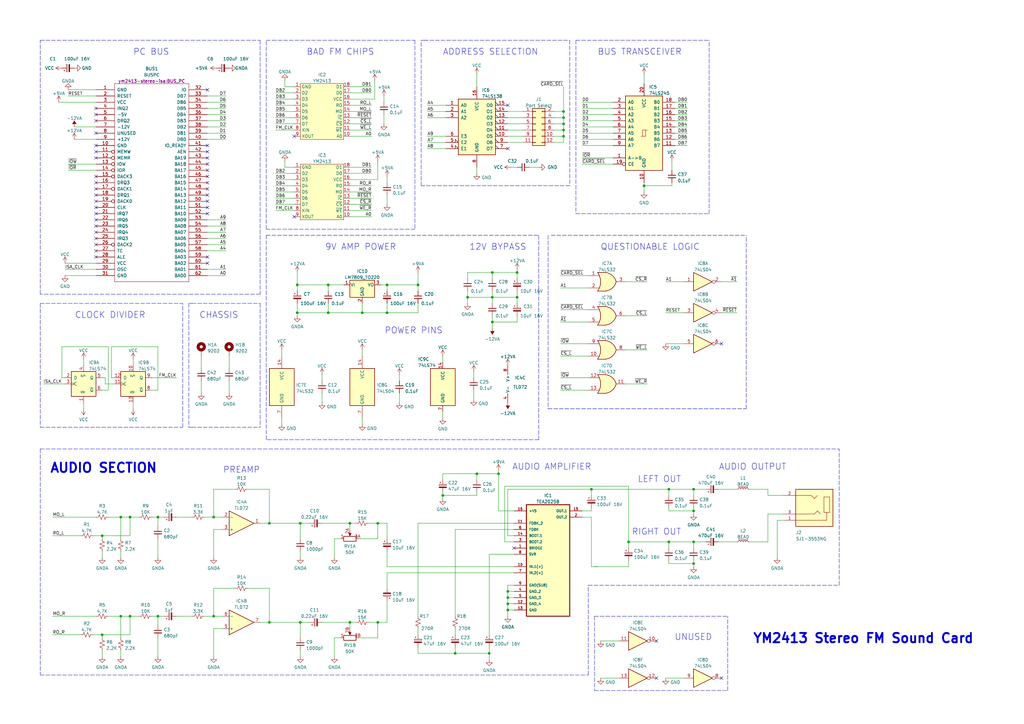
<source format=kicad_sch>
(kicad_sch (version 20211123) (generator eeschema)
  (paper "A3")
  (title_block (title "YM4313 Stereo FM Sound Card") (date "2023-03-03") (rev "0") (company "Derivative Labs, Inc."))
  (junction (at 208.28 247.65))
  (junction (at 284.48 209.55))
  (junction (at 121.92 116.84))
  (junction (at 148.59 128.27))
  (junction (at 110.49 255.27))
  (junction (at 158.75 128.27))
  (junction (at 191.77 121.92))
  (junction (at 242.57 200.66))
  (junction (at 121.92 128.27))
  (junction (at 123.19 214.63))
  (junction (at 53.34 212.09))
  (junction (at 143.51 255.27))
  (junction (at 158.75 116.84))
  (junction (at 171.45 116.84))
  (junction (at 231.14 50.8))
  (junction (at 284.48 231.14))
  (junction (at 201.93 111.76))
  (junction (at 41.91 219.71))
  (junction (at 231.14 53.34))
  (junction (at 143.51 214.63))
  (junction (at 204.47 194.31))
  (junction (at 212.09 111.76))
  (junction (at 87.63 212.09))
  (junction (at 200.66 267.97))
  (junction (at 53.34 252.73))
  (junction (at 274.32 222.25))
  (junction (at 110.49 214.63))
  (junction (at 41.91 260.35))
  (junction (at 195.58 194.31))
  (junction (at 154.94 214.63))
  (junction (at 208.28 250.19))
  (junction (at 49.53 252.73))
  (junction (at 64.77 252.73))
  (junction (at 201.93 121.92))
  (junction (at 134.62 116.84))
  (junction (at 284.48 222.25))
  (junction (at 212.09 121.92))
  (junction (at 87.63 252.73))
  (junction (at 231.14 48.26))
  (junction (at 274.32 200.66))
  (junction (at 134.62 128.27))
  (junction (at 123.19 255.27))
  (junction (at 208.28 242.57))
  (junction (at 231.14 45.72))
  (junction (at 186.69 267.97))
  (junction (at 208.28 245.11))
  (junction (at 64.77 212.09))
  (junction (at 257.81 222.25))
  (junction (at 181.61 203.2))
  (junction (at 264.16 76.2))
  (junction (at 231.14 55.88))
  (junction (at 284.48 200.66))
  (junction (at 201.93 132.08))
  (junction (at 49.53 212.09))
  (junction (at 154.94 255.27))
  (no_connect (at 269.24 278.13))
  (no_connect (at 85.09 82.55))
  (no_connect (at 85.09 69.85))
  (no_connect (at 39.37 82.55))
  (no_connect (at 85.09 77.47))
  (no_connect (at 39.37 97.79))
  (no_connect (at 208.28 43.18))
  (no_connect (at 85.09 67.31))
  (no_connect (at 39.37 74.93))
  (no_connect (at 39.37 72.39))
  (no_connect (at 208.28 60.96))
  (no_connect (at 85.09 85.09))
  (no_connect (at 295.91 278.13))
  (no_connect (at 295.91 140.97))
  (no_connect (at 39.37 87.63))
  (no_connect (at 85.09 107.95))
  (no_connect (at 85.09 105.41))
  (no_connect (at 85.09 64.77))
  (no_connect (at 120.65 55.88))
  (no_connect (at 39.37 85.09))
  (no_connect (at 85.09 72.39))
  (no_connect (at 120.65 88.9))
  (no_connect (at 39.37 90.17))
  (no_connect (at 39.37 46.99))
  (no_connect (at 39.37 49.53))
  (no_connect (at 85.09 36.83))
  (no_connect (at 210.82 224.79))
  (no_connect (at 85.09 87.63))
  (no_connect (at 39.37 102.87))
  (no_connect (at 39.37 105.41))
  (no_connect (at 39.37 77.47))
  (no_connect (at 39.37 64.77))
  (no_connect (at 39.37 44.45))
  (no_connect (at 85.09 59.69))
  (no_connect (at 39.37 100.33))
  (no_connect (at 39.37 95.25))
  (no_connect (at 39.37 80.01))
  (no_connect (at 269.24 262.89))
  (no_connect (at 85.09 80.01))
  (no_connect (at 85.09 74.93))
  (no_connect (at 85.09 62.23))
  (no_connect (at 39.37 62.23))
  (no_connect (at 39.37 54.61))
  (no_connect (at 39.37 59.69))
  (no_connect (at 39.37 92.71))
  (polyline (pts (xy 16.51 16.51) (xy 106.68 16.51)))
  (wire (pts (xy 264.16 30.48) (xy 264.16 34.29)))
  (wire (pts (xy 26.67 113.03) (xy 39.37 113.03)))
  (wire (pts (xy 238.76 57.15) (xy 251.46 57.15)))
  (wire (pts (xy 121.92 124.46) (xy 121.92 128.27)))
  (wire (pts (xy 217.17 68.58) (xy 220.98 68.58)))
  (wire (pts (xy 229.87 140.97) (xy 241.3 140.97)))
  (wire (pts (xy 156.21 116.84) (xy 158.75 116.84)))
  (wire (pts (xy 143.51 86.36) (xy 152.4 86.36)))
  (wire (pts (xy 113.03 83.82) (xy 120.65 83.82)))
  (wire (pts (xy 53.34 212.09) (xy 53.34 219.71)))
  (wire (pts (xy 158.75 241.3) (xy 158.75 234.95)))
  (wire (pts (xy 27.94 67.31) (xy 39.37 67.31)))
  (wire (pts (xy 191.77 121.92) (xy 191.77 124.46)))
  (wire (pts (xy 85.09 95.25) (xy 92.71 95.25)))
  (wire (pts (xy 212.09 111.76) (xy 212.09 114.3)))
  (wire (pts (xy 143.51 48.26) (xy 152.4 48.26)))
  (wire (pts (xy 229.87 146.05) (xy 241.3 146.05)))
  (polyline (pts (xy 78.74 175.26) (xy 106.68 175.26)))
  (wire (pts (xy 113.03 53.34) (xy 120.65 53.34)))
  (wire (pts (xy 231.14 58.42) (xy 231.14 55.88)))
  (wire (pts (xy 210.82 240.03) (xy 208.28 240.03)))
  (wire (pts (xy 204.47 194.31) (xy 204.47 193.04)))
  (wire (pts (xy 227.33 53.34) (xy 231.14 53.34)))
  (wire (pts (xy 154.94 255.27) (xy 158.75 255.27)))
  (wire (pts (xy 229.87 118.11) (xy 241.3 118.11)))
  (wire (pts (xy 139.7 220.98) (xy 137.16 220.98)))
  (wire (pts (xy 30.48 52.07) (xy 39.37 52.07)))
  (wire (pts (xy 21.59 219.71) (xy 33.02 219.71)))
  (wire (pts (xy 148.59 171.45) (xy 148.59 173.99)))
  (wire (pts (xy 123.19 214.63) (xy 123.19 220.98)))
  (wire (pts (xy 208.28 45.72) (xy 214.63 45.72)))
  (wire (pts (xy 238.76 54.61) (xy 251.46 54.61)))
  (wire (pts (xy 238.76 59.69) (xy 251.46 59.69)))
  (wire (pts (xy 53.34 212.09) (xy 57.15 212.09)))
  (wire (pts (xy 85.09 54.61) (xy 92.71 54.61)))
  (wire (pts (xy 148.59 124.46) (xy 148.59 128.27)))
  (wire (pts (xy 273.05 115.57) (xy 280.67 115.57)))
  (wire (pts (xy 321.31 210.82) (xy 314.96 210.82)))
  (wire (pts (xy 49.53 212.09) (xy 53.34 212.09)))
  (wire (pts (xy 209.55 68.58) (xy 212.09 68.58)))
  (polyline (pts (xy 224.79 96.52) (xy 224.79 167.64)))
  (wire (pts (xy 175.26 48.26) (xy 182.88 48.26)))
  (wire (pts (xy 294.64 222.25) (xy 302.26 222.25)))
  (wire (pts (xy 210.82 217.17) (xy 186.69 217.17)))
  (polyline (pts (xy 220.98 96.52) (xy 220.98 180.34)))
  (wire (pts (xy 321.31 213.36) (xy 318.77 213.36)))
  (wire (pts (xy 158.75 116.84) (xy 158.75 119.38)))
  (wire (pts (xy 212.09 110.49) (xy 212.09 111.76)))
  (wire (pts (xy 26.67 110.49) (xy 39.37 110.49)))
  (wire (pts (xy 231.14 48.26) (xy 231.14 50.8)))
  (wire (pts (xy 229.87 160.02) (xy 241.3 160.02)))
  (wire (pts (xy 275.59 66.04) (xy 275.59 69.85)))
  (wire (pts (xy 275.59 74.93) (xy 275.59 76.2)))
  (wire (pts (xy 54.61 147.32) (xy 54.61 149.86)))
  (polyline (pts (xy 173.99 16.51) (xy 233.68 16.51)))
  (wire (pts (xy 49.53 212.09) (xy 49.53 220.98)))
  (wire (pts (xy 210.82 219.71) (xy 208.28 219.71)))
  (polyline (pts (xy 306.07 167.64) (xy 306.07 96.52)))
  (wire (pts (xy 238.76 67.31) (xy 251.46 67.31)))
  (wire (pts (xy 208.28 48.26) (xy 214.63 48.26)))
  (wire (pts (xy 62.23 154.94) (xy 72.39 154.94)))
  (wire (pts (xy 113.03 50.8) (xy 120.65 50.8)))
  (wire (pts (xy 113.03 86.36) (xy 120.65 86.36)))
  (wire (pts (xy 21.59 252.73) (xy 39.37 252.73)))
  (wire (pts (xy 318.77 213.36) (xy 318.77 228.6)))
  (wire (pts (xy 38.1 260.35) (xy 41.91 260.35)))
  (wire (pts (xy 210.82 209.55) (xy 204.47 209.55)))
  (wire (pts (xy 85.09 90.17) (xy 92.71 90.17)))
  (wire (pts (xy 64.77 212.09) (xy 64.77 215.9)))
  (wire (pts (xy 157.48 46.99) (xy 157.48 50.8)))
  (wire (pts (xy 238.76 64.77) (xy 251.46 64.77)))
  (wire (pts (xy 210.82 214.63) (xy 171.45 214.63)))
  (wire (pts (xy 143.51 55.88) (xy 152.4 55.88)))
  (wire (pts (xy 314.96 203.2) (xy 314.96 200.66)))
  (wire (pts (xy 227.33 48.26) (xy 231.14 48.26)))
  (wire (pts (xy 41.91 154.94) (xy 43.18 154.94)))
  (wire (pts (xy 143.51 38.1) (xy 152.4 38.1)))
  (wire (pts (xy 96.52 200.66) (xy 87.63 200.66)))
  (wire (pts (xy 87.63 200.66) (xy 87.63 212.09)))
  (polyline (pts (xy 109.22 180.34) (xy 109.22 96.52)))
  (wire (pts (xy 208.28 58.42) (xy 214.63 58.42)))
  (wire (pts (xy 314.96 200.66) (xy 307.34 200.66)))
  (wire (pts (xy 41.91 160.02) (xy 44.45 160.02)))
  (wire (pts (xy 284.48 231.14) (xy 284.48 232.41)))
  (wire (pts (xy 85.09 52.07) (xy 92.71 52.07)))
  (wire (pts (xy 34.29 147.32) (xy 34.29 149.86)))
  (wire (pts (xy 229.87 113.03) (xy 241.3 113.03)))
  (wire (pts (xy 200.66 267.97) (xy 200.66 270.51)))
  (polyline (pts (xy 243.84 283.21) (xy 298.45 283.21)))
  (wire (pts (xy 93.98 156.21) (xy 93.98 161.29)))
  (wire (pts (xy 201.93 119.38) (xy 201.93 121.92)))
  (wire (pts (xy 64.77 142.24) (xy 45.72 142.24)))
  (wire (pts (xy 201.93 121.92) (xy 201.93 124.46)))
  (wire (pts (xy 113.03 71.12) (xy 120.65 71.12)))
  (wire (pts (xy 186.69 257.81) (xy 186.69 260.35)))
  (wire (pts (xy 91.44 257.81) (xy 87.63 257.81)))
  (wire (pts (xy 132.08 255.27) (xy 143.51 255.27)))
  (wire (pts (xy 49.53 252.73) (xy 49.53 261.62)))
  (wire (pts (xy 132.08 153.67) (xy 132.08 156.21)))
  (wire (pts (xy 49.53 266.7) (xy 49.53 269.24)))
  (wire (pts (xy 17.78 157.48) (xy 26.67 157.48)))
  (wire (pts (xy 284.48 200.66) (xy 284.48 203.2)))
  (wire (pts (xy 113.03 45.72) (xy 120.65 45.72)))
  (wire (pts (xy 284.48 200.66) (xy 289.56 200.66)))
  (wire (pts (xy 154.94 261.62) (xy 154.94 255.27)))
  (wire (pts (xy 121.92 111.76) (xy 121.92 116.84)))
  (wire (pts (xy 242.57 232.41) (xy 242.57 212.09)))
  (wire (pts (xy 154.94 73.66) (xy 154.94 66.04)))
  (wire (pts (xy 163.83 153.67) (xy 163.83 156.21)))
  (wire (pts (xy 134.62 116.84) (xy 140.97 116.84)))
  (wire (pts (xy 132.08 161.29) (xy 132.08 165.1)))
  (wire (pts (xy 62.23 160.02) (xy 64.77 160.02)))
  (wire (pts (xy 85.09 113.03) (xy 92.71 113.03)))
  (wire (pts (xy 85.09 46.99) (xy 92.71 46.99)))
  (wire (pts (xy 143.51 81.28) (xy 152.4 81.28)))
  (wire (pts (xy 284.48 229.87) (xy 284.48 231.14)))
  (wire (pts (xy 25.4 142.24) (xy 25.4 154.94)))
  (wire (pts (xy 212.09 129.54) (xy 212.09 132.08)))
  (polyline (pts (xy 109.22 93.98) (xy 109.22 16.51)))
  (polyline (pts (xy 16.51 184.15) (xy 344.17 184.15)))
  (wire (pts (xy 44.45 252.73) (xy 49.53 252.73)))
  (wire (pts (xy 82.55 156.21) (xy 82.55 161.29)))
  (wire (pts (xy 158.75 214.63) (xy 158.75 220.98)))
  (polyline (pts (xy 233.68 76.2) (xy 172.72 76.2)))
  (wire (pts (xy 110.49 255.27) (xy 110.49 241.3)))
  (wire (pts (xy 87.63 217.17) (xy 87.63 228.6)))
  (wire (pts (xy 158.75 246.38) (xy 158.75 255.27)))
  (wire (pts (xy 154.94 214.63) (xy 158.75 214.63)))
  (wire (pts (xy 41.91 219.71) (xy 41.91 220.98)))
  (wire (pts (xy 45.72 154.94) (xy 46.99 154.94)))
  (wire (pts (xy 72.39 212.09) (xy 78.74 212.09)))
  (wire (pts (xy 208.28 250.19) (xy 210.82 250.19)))
  (wire (pts (xy 208.28 250.19) (xy 208.28 252.73)))
  (wire (pts (xy 30.48 57.15) (xy 39.37 57.15)))
  (wire (pts (xy 238.76 41.91) (xy 251.46 41.91)))
  (wire (pts (xy 204.47 209.55) (xy 204.47 194.31)))
  (wire (pts (xy 21.59 212.09) (xy 39.37 212.09)))
  (wire (pts (xy 44.45 142.24) (xy 44.45 160.02)))
  (wire (pts (xy 148.59 143.51) (xy 148.59 146.05)))
  (wire (pts (xy 143.51 45.72) (xy 152.4 45.72)))
  (wire (pts (xy 238.76 52.07) (xy 251.46 52.07)))
  (wire (pts (xy 41.91 260.35) (xy 41.91 261.62)))
  (wire (pts (xy 274.32 209.55) (xy 284.48 209.55)))
  (wire (pts (xy 25.4 154.94) (xy 26.67 154.94)))
  (polyline (pts (xy 226.06 96.52) (xy 306.07 96.52)))
  (wire (pts (xy 231.14 55.88) (xy 231.14 53.34)))
  (wire (pts (xy 171.45 111.76) (xy 171.45 116.84)))
  (wire (pts (xy 85.09 39.37) (xy 92.71 39.37)))
  (wire (pts (xy 85.09 102.87) (xy 92.71 102.87)))
  (wire (pts (xy 158.75 234.95) (xy 210.82 234.95)))
  (wire (pts (xy 186.69 265.43) (xy 186.69 267.97)))
  (polyline (pts (xy 111.76 16.51) (xy 170.18 16.51)))
  (wire (pts (xy 274.32 222.25) (xy 284.48 222.25)))
  (wire (pts (xy 72.39 252.73) (xy 78.74 252.73)))
  (wire (pts (xy 54.61 165.1) (xy 54.61 167.64)))
  (wire (pts (xy 137.16 220.98) (xy 137.16 228.6)))
  (polyline (pts (xy 290.83 87.63) (xy 290.83 16.51)))
  (wire (pts (xy 195.58 201.93) (xy 195.58 203.2)))
  (wire (pts (xy 87.63 257.81) (xy 87.63 269.24)))
  (wire (pts (xy 62.23 252.73) (xy 64.77 252.73)))
  (wire (pts (xy 151.13 214.63) (xy 154.94 214.63)))
  (wire (pts (xy 273.05 278.13) (xy 280.67 278.13)))
  (wire (pts (xy 171.45 267.97) (xy 186.69 267.97)))
  (wire (pts (xy 208.28 245.11) (xy 210.82 245.11)))
  (wire (pts (xy 171.45 116.84) (xy 171.45 119.38)))
  (wire (pts (xy 163.83 161.29) (xy 163.83 165.1)))
  (wire (pts (xy 201.93 111.76) (xy 201.93 114.3)))
  (wire (pts (xy 87.63 241.3) (xy 87.63 252.73)))
  (wire (pts (xy 284.48 208.28) (xy 284.48 209.55)))
  (wire (pts (xy 27.94 69.85) (xy 39.37 69.85)))
  (wire (pts (xy 113.03 38.1) (xy 120.65 38.1)))
  (wire (pts (xy 208.28 245.11) (xy 208.28 247.65)))
  (wire (pts (xy 43.18 154.94) (xy 43.18 157.48)))
  (polyline (pts (xy 106.68 124.46) (xy 106.68 175.26)))
  (wire (pts (xy 123.19 266.7) (xy 123.19 269.24)))
  (wire (pts (xy 143.51 78.74) (xy 152.4 78.74)))
  (wire (pts (xy 212.09 119.38) (xy 212.09 121.92)))
  (wire (pts (xy 147.32 261.62) (xy 154.94 261.62)))
  (wire (pts (xy 121.92 116.84) (xy 134.62 116.84)))
  (wire (pts (xy 158.75 116.84) (xy 171.45 116.84)))
  (wire (pts (xy 121.92 128.27) (xy 121.92 129.54)))
  (polyline (pts (xy 241.3 276.86) (xy 241.3 240.03)))
  (wire (pts (xy 195.58 194.31) (xy 204.47 194.31)))
  (wire (pts (xy 106.68 255.27) (xy 110.49 255.27)))
  (wire (pts (xy 256.54 157.48) (xy 265.43 157.48)))
  (wire (pts (xy 208.28 219.71) (xy 208.28 200.66)))
  (polyline (pts (xy 172.72 16.51) (xy 175.26 16.51)))
  (polyline (pts (xy 16.51 120.65) (xy 16.51 16.51)))
  (wire (pts (xy 49.53 226.06) (xy 49.53 228.6)))
  (wire (pts (xy 295.91 115.57) (xy 302.26 115.57)))
  (polyline (pts (xy 241.3 240.03) (xy 344.17 240.03)))
  (wire (pts (xy 85.09 100.33) (xy 92.71 100.33)))
  (wire (pts (xy 229.87 154.94) (xy 241.3 154.94)))
  (wire (pts (xy 246.38 262.89) (xy 254 262.89)))
  (wire (pts (xy 53.34 252.73) (xy 53.34 260.35)))
  (wire (pts (xy 227.33 58.42) (xy 231.14 58.42)))
  (wire (pts (xy 38.1 219.71) (xy 41.91 219.71)))
  (wire (pts (xy 113.03 81.28) (xy 120.65 81.28)))
  (polyline (pts (xy 170.18 93.98) (xy 109.22 93.98)))
  (polyline (pts (xy 236.22 16.51) (xy 290.83 16.51)))
  (wire (pts (xy 238.76 49.53) (xy 251.46 49.53)))
  (polyline (pts (xy 243.84 232.41) (xy 245.11 232.41)))
  (wire (pts (xy 274.32 200.66) (xy 274.32 203.2)))
  (wire (pts (xy 143.51 76.2) (xy 152.4 76.2)))
  (wire (pts (xy 229.87 127) (xy 241.3 127)))
  (wire (pts (xy 314.96 210.82) (xy 314.96 222.25)))
  (wire (pts (xy 87.63 212.09) (xy 91.44 212.09)))
  (wire (pts (xy 62.23 212.09) (xy 64.77 212.09)))
  (wire (pts (xy 257.81 199.39) (xy 257.81 222.25)))
  (wire (pts (xy 113.03 76.2) (xy 120.65 76.2)))
  (wire (pts (xy 171.45 124.46) (xy 171.45 128.27)))
  (wire (pts (xy 210.82 222.25) (xy 207.01 222.25)))
  (polyline (pts (xy 77.47 124.46) (xy 77.47 175.26)))
  (polyline (pts (xy 172.72 76.2) (xy 172.72 16.51)))
  (wire (pts (xy 110.49 214.63) (xy 123.19 214.63)))
  (wire (pts (xy 153.67 40.64) (xy 153.67 33.02)))
  (wire (pts (xy 175.26 55.88) (xy 182.88 55.88)))
  (wire (pts (xy 113.03 73.66) (xy 120.65 73.66)))
  (wire (pts (xy 158.75 72.39) (xy 158.75 74.93)))
  (wire (pts (xy 257.81 232.41) (xy 242.57 232.41)))
  (wire (pts (xy 227.33 50.8) (xy 231.14 50.8)))
  (wire (pts (xy 157.48 39.37) (xy 157.48 41.91)))
  (wire (pts (xy 274.32 229.87) (xy 274.32 231.14)))
  (wire (pts (xy 123.19 255.27) (xy 123.19 261.62)))
  (wire (pts (xy 195.58 30.48) (xy 195.58 35.56)))
  (wire (pts (xy 208.28 247.65) (xy 210.82 247.65)))
  (wire (pts (xy 181.61 168.91) (xy 181.61 171.45)))
  (wire (pts (xy 273.05 128.27) (xy 280.67 128.27)))
  (wire (pts (xy 91.44 217.17) (xy 87.63 217.17)))
  (wire (pts (xy 143.51 50.8) (xy 152.4 50.8)))
  (wire (pts (xy 85.09 44.45) (xy 92.71 44.45)))
  (wire (pts (xy 151.13 255.27) (xy 154.94 255.27)))
  (wire (pts (xy 146.05 214.63) (xy 143.51 214.63)))
  (wire (pts (xy 208.28 55.88) (xy 214.63 55.88)))
  (wire (pts (xy 212.09 121.92) (xy 212.09 124.46)))
  (wire (pts (xy 208.28 242.57) (xy 208.28 245.11)))
  (wire (pts (xy 186.69 267.97) (xy 200.66 267.97)))
  (wire (pts (xy 85.09 49.53) (xy 92.71 49.53)))
  (wire (pts (xy 242.57 200.66) (xy 242.57 203.2)))
  (wire (pts (xy 43.18 157.48) (xy 46.99 157.48)))
  (wire (pts (xy 276.86 44.45) (xy 281.94 44.45)))
  (wire (pts (xy 158.75 232.41) (xy 210.82 232.41)))
  (wire (pts (xy 45.72 142.24) (xy 45.72 154.94)))
  (polyline (pts (xy 243.84 252.73) (xy 243.84 283.21)))
  (wire (pts (xy 231.14 35.56) (xy 231.14 45.72)))
  (wire (pts (xy 93.98 146.05) (xy 93.98 151.13)))
  (wire (pts (xy 82.55 146.05) (xy 82.55 151.13)))
  (wire (pts (xy 53.34 219.71) (xy 41.91 219.71)))
  (wire (pts (xy 64.77 261.62) (xy 64.77 269.24)))
  (wire (pts (xy 276.86 46.99) (xy 281.94 46.99)))
  (wire (pts (xy 143.51 255.27) (xy 143.51 257.81)))
  (polyline (pts (xy 16.51 184.15) (xy 16.51 276.86)))
  (wire (pts (xy 120.65 35.56) (xy 116.84 35.56)))
  (wire (pts (xy 175.26 45.72) (xy 182.88 45.72)))
  (wire (pts (xy 64.77 220.98) (xy 64.77 228.6)))
  (wire (pts (xy 207.01 199.39) (xy 257.81 199.39)))
  (wire (pts (xy 132.08 214.63) (xy 143.51 214.63)))
  (wire (pts (xy 21.59 260.35) (xy 33.02 260.35)))
  (polyline (pts (xy 298.45 283.21) (xy 298.45 252.73)))
  (wire (pts (xy 53.34 252.73) (xy 57.15 252.73)))
  (wire (pts (xy 146.05 255.27) (xy 143.51 255.27)))
  (wire (pts (xy 242.57 200.66) (xy 274.32 200.66)))
  (wire (pts (xy 191.77 119.38) (xy 191.77 121.92)))
  (wire (pts (xy 171.45 128.27) (xy 158.75 128.27)))
  (wire (pts (xy 85.09 97.79) (xy 92.71 97.79)))
  (wire (pts (xy 64.77 160.02) (xy 64.77 142.24)))
  (wire (pts (xy 257.81 229.87) (xy 257.81 232.41)))
  (wire (pts (xy 314.96 222.25) (xy 307.34 222.25)))
  (wire (pts (xy 53.34 260.35) (xy 41.91 260.35)))
  (wire (pts (xy 238.76 209.55) (xy 242.57 209.55)))
  (wire (pts (xy 201.93 132.08) (xy 201.93 134.62)))
  (wire (pts (xy 284.48 222.25) (xy 284.48 224.79)))
  (wire (pts (xy 295.91 128.27) (xy 302.26 128.27)))
  (wire (pts (xy 229.87 132.08) (xy 241.3 132.08)))
  (wire (pts (xy 85.09 92.71) (xy 92.71 92.71)))
  (wire (pts (xy 87.63 252.73) (xy 91.44 252.73)))
  (wire (pts (xy 113.03 40.64) (xy 120.65 40.64)))
  (wire (pts (xy 256.54 129.54) (xy 265.43 129.54)))
  (wire (pts (xy 123.19 214.63) (xy 127 214.63)))
  (wire (pts (xy 200.66 265.43) (xy 200.66 267.97)))
  (wire (pts (xy 41.91 226.06) (xy 41.91 228.6)))
  (wire (pts (xy 181.61 203.2) (xy 181.61 204.47)))
  (polyline (pts (xy 106.68 16.51) (xy 106.68 120.65)))
  (wire (pts (xy 276.86 59.69) (xy 281.94 59.69)))
  (wire (pts (xy 195.58 196.85) (xy 195.58 194.31)))
  (wire (pts (xy 26.67 107.95) (xy 39.37 107.95)))
  (polyline (pts (xy 77.47 124.46) (xy 78.74 124.46)))
  (wire (pts (xy 276.86 54.61) (xy 281.94 54.61)))
  (polyline (pts (xy 220.98 180.34) (xy 109.22 180.34)))
  (wire (pts (xy 191.77 114.3) (xy 191.77 111.76)))
  (wire (pts (xy 264.16 74.93) (xy 264.16 76.2)))
  (wire (pts (xy 143.51 83.82) (xy 152.4 83.82)))
  (wire (pts (xy 171.45 214.63) (xy 171.45 252.73)))
  (wire (pts (xy 195.58 68.58) (xy 195.58 71.12)))
  (wire (pts (xy 106.68 214.63) (xy 110.49 214.63)))
  (wire (pts (xy 134.62 124.46) (xy 134.62 128.27)))
  (wire (pts (xy 227.33 45.72) (xy 231.14 45.72)))
  (polyline (pts (xy 16.51 124.46) (xy 74.93 124.46)))
  (wire (pts (xy 143.51 71.12) (xy 152.4 71.12)))
  (wire (pts (xy 175.26 43.18) (xy 182.88 43.18)))
  (wire (pts (xy 208.28 53.34) (xy 214.63 53.34)))
  (wire (pts (xy 116.84 35.56) (xy 116.84 33.02)))
  (wire (pts (xy 158.75 128.27) (xy 148.59 128.27)))
  (wire (pts (xy 264.16 76.2) (xy 264.16 78.74)))
  (wire (pts (xy 85.09 41.91) (xy 92.71 41.91)))
  (wire (pts (xy 212.09 132.08) (xy 201.93 132.08)))
  (wire (pts (xy 276.86 52.07) (xy 281.94 52.07)))
  (wire (pts (xy 24.13 41.91) (xy 39.37 41.91)))
  (wire (pts (xy 274.32 222.25) (xy 274.32 224.79)))
  (wire (pts (xy 207.01 222.25) (xy 207.01 199.39)))
  (polyline (pts (xy 109.22 96.52) (xy 220.98 96.52)))
  (wire (pts (xy 139.7 261.62) (xy 137.16 261.62)))
  (wire (pts (xy 116.84 68.58) (xy 116.84 66.04)))
  (wire (pts (xy 231.14 45.72) (xy 231.14 48.26)))
  (polyline (pts (xy 236.22 16.51) (xy 236.22 87.63)))
  (wire (pts (xy 175.26 60.96) (xy 182.88 60.96)))
  (wire (pts (xy 200.66 227.33) (xy 200.66 260.35)))
  (wire (pts (xy 274.32 231.14) (xy 284.48 231.14)))
  (wire (pts (xy 137.16 261.62) (xy 137.16 269.24)))
  (wire (pts (xy 227.33 55.88) (xy 231.14 55.88)))
  (wire (pts (xy 275.59 76.2) (xy 264.16 76.2)))
  (wire (pts (xy 143.51 40.64) (xy 153.67 40.64)))
  (wire (pts (xy 210.82 227.33) (xy 200.66 227.33)))
  (wire (pts (xy 134.62 128.27) (xy 121.92 128.27)))
  (wire (pts (xy 194.31 152.4) (xy 194.31 154.94)))
  (wire (pts (xy 158.75 80.01) (xy 158.75 83.82)))
  (polyline (pts (xy 243.84 252.73) (xy 298.45 252.73)))
  (wire (pts (xy 274.32 208.28) (xy 274.32 209.55)))
  (polyline (pts (xy 16.51 175.26) (xy 74.93 175.26)))
  (wire (pts (xy 191.77 111.76) (xy 201.93 111.76)))
  (wire (pts (xy 208.28 50.8) (xy 214.63 50.8)))
  (wire (pts (xy 27.94 39.37) (xy 39.37 39.37)))
  (wire (pts (xy 256.54 115.57) (xy 265.43 115.57)))
  (wire (pts (xy 231.14 50.8) (xy 231.14 53.34)))
  (polyline (pts (xy 16.51 124.46) (xy 16.51 175.26)))
  (wire (pts (xy 143.51 35.56) (xy 152.4 35.56)))
  (polyline (pts (xy 77.47 175.26) (xy 78.74 175.26)))
  (wire (pts (xy 238.76 44.45) (xy 251.46 44.45)))
  (wire (pts (xy 201.93 111.76) (xy 212.09 111.76)))
  (wire (pts (xy 191.77 121.92) (xy 201.93 121.92)))
  (polyline (pts (xy 106.68 120.65) (xy 16.51 120.65)))
  (wire (pts (xy 208.28 247.65) (xy 208.28 250.19)))
  (wire (pts (xy 44.45 142.24) (xy 25.4 142.24)))
  (wire (pts (xy 123.19 226.06) (xy 123.19 228.6)))
  (wire (pts (xy 294.64 200.66) (xy 302.26 200.66)))
  (wire (pts (xy 158.75 226.06) (xy 158.75 232.41)))
  (wire (pts (xy 276.86 57.15) (xy 281.94 57.15)))
  (wire (pts (xy 238.76 212.09) (xy 242.57 212.09)))
  (polyline (pts (xy 236.22 87.63) (xy 290.83 87.63)))
  (wire (pts (xy 181.61 196.85) (xy 181.61 194.31)))
  (wire (pts (xy 110.49 241.3) (xy 101.6 241.3)))
  (wire (pts (xy 171.45 257.81) (xy 171.45 260.35)))
  (wire (pts (xy 85.09 57.15) (xy 92.71 57.15)))
  (wire (pts (xy 96.52 241.3) (xy 87.63 241.3)))
  (polyline (pts (xy 109.22 16.51) (xy 111.76 16.51)))
  (polyline (pts (xy 16.51 276.86) (xy 241.3 276.86)))
  (wire (pts (xy 195.58 203.2) (xy 181.61 203.2)))
  (wire (pts (xy 110.49 200.66) (xy 101.6 200.66)))
  (wire (pts (xy 44.45 212.09) (xy 49.53 212.09)))
  (wire (pts (xy 181.61 201.93) (xy 181.61 203.2)))
  (wire (pts (xy 158.75 124.46) (xy 158.75 128.27)))
  (wire (pts (xy 121.92 116.84) (xy 121.92 119.38)))
  (wire (pts (xy 256.54 143.51) (xy 265.43 143.51)))
  (wire (pts (xy 41.91 266.7) (xy 41.91 269.24)))
  (wire (pts (xy 64.77 252.73) (xy 64.77 256.54)))
  (wire (pts (xy 181.61 194.31) (xy 195.58 194.31)))
  (wire (pts (xy 246.38 278.13) (xy 254 278.13)))
  (wire (pts (xy 321.31 203.2) (xy 314.96 203.2)))
  (wire (pts (xy 115.57 171.45) (xy 115.57 173.99)))
  (wire (pts (xy 175.26 58.42) (xy 182.88 58.42)))
  (wire (pts (xy 274.32 200.66) (xy 284.48 200.66)))
  (wire (pts (xy 64.77 252.73) (xy 67.31 252.73)))
  (wire (pts (xy 284.48 222.25) (xy 289.56 222.25)))
  (wire (pts (xy 171.45 265.43) (xy 171.45 267.97)))
  (wire (pts (xy 201.93 121.92) (xy 212.09 121.92)))
  (polyline (pts (xy 233.68 16.51) (xy 233.68 76.2)))
  (polyline (pts (xy 74.93 175.26) (xy 74.93 124.46)))
  (wire (pts (xy 238.76 46.99) (xy 251.46 46.99)))
  (polyline (pts (xy 78.74 124.46) (xy 106.68 124.46)))
  (wire (pts (xy 143.51 53.34) (xy 152.4 53.34)))
  (wire (pts (xy 143.51 68.58) (xy 152.4 68.58)))
  (wire (pts (xy 64.77 212.09) (xy 67.31 212.09)))
  (wire (pts (xy 83.82 252.73) (xy 87.63 252.73)))
  (wire (pts (xy 201.93 129.54) (xy 201.93 132.08)))
  (wire (pts (xy 276.86 41.91) (xy 281.94 41.91)))
  (wire (pts (xy 143.51 88.9) (xy 152.4 88.9)))
  (wire (pts (xy 154.94 220.98) (xy 154.94 214.63)))
  (wire (pts (xy 284.48 209.55) (xy 284.48 210.82)))
  (wire (pts (xy 113.03 48.26) (xy 120.65 48.26)))
  (wire (pts (xy 276.86 49.53) (xy 281.94 49.53)))
  (wire (pts (xy 273.05 140.97) (xy 280.67 140.97)))
  (wire (pts (xy 134.62 116.84) (xy 134.62 119.38)))
  (wire (pts (xy 208.28 242.57) (xy 210.82 242.57)))
  (wire (pts (xy 208.28 200.66) (xy 242.57 200.66)))
  (polyline (pts (xy 170.18 16.51) (xy 170.18 93.98)))
  (wire (pts (xy 115.57 143.51) (xy 115.57 146.05)))
  (wire (pts (xy 49.53 252.73) (xy 53.34 252.73)))
  (wire (pts (xy 208.28 240.03) (xy 208.28 242.57)))
  (wire (pts (xy 113.03 78.74) (xy 120.65 78.74)))
  (wire (pts (xy 147.32 220.98) (xy 154.94 220.98)))
  (wire (pts (xy 257.81 222.25) (xy 257.81 224.79)))
  (wire (pts (xy 143.51 214.63) (xy 143.51 217.17)))
  (wire (pts (xy 274.32 222.25) (xy 257.81 222.25)))
  (wire (pts (xy 143.51 73.66) (xy 154.94 73.66)))
  (wire (pts (xy 83.82 212.09) (xy 87.63 212.09)))
  (wire (pts (xy 110.49 214.63) (xy 110.49 200.66)))
  (wire (pts (xy 194.31 160.02) (xy 194.31 163.83)))
  (wire (pts (xy 27.94 36.83) (xy 39.37 36.83)))
  (wire (pts (xy 181.61 146.05) (xy 181.61 148.59)))
  (wire (pts (xy 143.51 43.18) (xy 152.4 43.18)))
  (polyline (pts (xy 344.17 240.03) (xy 344.17 184.15)))
  (wire (pts (xy 123.19 255.27) (xy 127 255.27)))
  (wire (pts (xy 34.29 165.1) (xy 34.29 167.64)))
  (wire (pts (xy 110.49 255.27) (xy 123.19 255.27)))
  (wire (pts (xy 120.65 68.58) (xy 116.84 68.58)))
  (wire (pts (xy 242.57 209.55) (xy 242.57 208.28)))
  (wire (pts (xy 85.09 110.49) (xy 92.71 110.49)))
  (wire (pts (xy 186.69 217.17) (xy 186.69 252.73)))
  (wire (pts (xy 148.59 128.27) (xy 134.62 128.27)))
  (polyline (pts (xy 224.79 167.64) (xy 306.07 167.64)))
  (wire (pts (xy 113.03 43.18) (xy 120.65 43.18)))
  (text "CHASSIS" (at 97.79 130.81 180) (effects (font (size 2.54 2.54)) (justify right bottom)))
  (text "POWER PINS" (at 181.61 137.16 180) (effects (font (size 2.54 2.54)) (justify right bottom)))
  (text "LEFT OUT" (at 279.4 198.12 180) (effects (font (size 2.54 2.54)) (justify right bottom)))
  (text "PREAMP" (at 106.68 194.31 180) (effects (font (size 2.54 2.54)) (justify right bottom)))
  (text "BUS TRANSCEIVER" (at 245.11 22.86 0) (effects (font (size 2.54 2.54)) (justify left bottom)))
  (text "CLOCK DIVIDER" (at 59.69 130.81 180) (effects (font (size 2.54 2.54)) (justify right bottom)))
  (text "AUDIO AMPLIFIER" (at 242.57 193.04 180) (effects (font (size 2.54 2.54)) (justify right bottom)))
  (text "AUDIO SECTION" (at 20.32 194.31 0) (effects (font (size 3.81 3.81) (thickness 0.762) bold) (justify left bottom)))
  (text "RIGHT OUT" (at 279.4 219.71 180) (effects (font (size 2.54 2.54)) (justify right bottom)))
  (text "12V BYPASS" (at 215.9 102.87 180) (effects (font (size 2.54 2.54)) (justify right bottom)))
  (text "PC BUS" (at 54.61 22.86 0) (effects (font (size 2.54 2.54)) (justify left bottom)))
  (text "9V AMP POWER" (at 162.56 102.87 180) (effects (font (size 2.54 2.54)) (justify right bottom)))
  (text "BAD FM CHIPS" (at 125.73 22.86 0) (effects (font (size 2.54 2.54)) (justify left bottom)))
  (text "ADDRESS SELECTION" (at 181.61 22.86 0) (effects (font (size 2.54 2.54)) (justify left bottom)))
  (text "YM2413 Stereo FM Sound Card" (at 308.61 264.16 0) (effects (font (size 3.81 3.81) bold) (justify left bottom)))
  (text "AUDIO OUTPUT" (at 322.58 193.04 180) (effects (font (size 2.54 2.54)) (justify right bottom)))
  (text "QUESTIONABLE LOGIC" (at 287.02 102.87 180) (effects (font (size 2.54 2.54)) (justify right bottom)))
  (text "UNUSED" (at 292.1 262.89 180) (effects (font (size 2.54 2.54)) (justify right bottom)))
  (label "~{CARD_SEL}" (at 229.87 127 0))
  (label "~{CARD_SEL}" (at 238.76 67.31 0))
  (label "~{A1}" (at 302.26 115.57 180))
  (label "~{CS_L}" (at 265.43 129.54 180))
  (label "DB3" (at 113.03 73.66 0))
  (label "A0" (at 152.4 88.9 180))
  (label "D5" (at 92.71 44.45 180))
  (label "A7" (at 175.26 58.42 0))
  (label "~{CS_R}" (at 152.4 83.82 180))
  (label "D2" (at 238.76 46.99 0))
  (label "DB0" (at 281.94 41.91 180))
  (label "~{WE_R}" (at 152.4 86.36 180))
  (label "~{CS_L}" (at 229.87 146.05 0))
  (label "D4" (at 238.76 52.07 0))
  (label "DB6" (at 113.03 81.28 0))
  (label "D4" (at 92.71 46.99 180))
  (label "~{CS_L}" (at 152.4 50.8 180))
  (label "DB2" (at 113.03 71.12 0))
  (label "~{CS_R}" (at 265.43 115.57 180))
  (label "A4" (at 175.26 43.18 0))
  (label "A6" (at 175.26 48.26 0))
  (label "A9" (at 92.71 90.17 180))
  (label "DB6" (at 113.03 48.26 0))
  (label "DB4" (at 113.03 76.2 0))
  (label "A1" (at 273.05 115.57 0))
  (label "DB5" (at 281.94 54.61 180))
  (label "A6" (at 92.71 97.79 180))
  (label "~{WE_R}" (at 265.43 157.48 180))
  (label "A4" (at 92.71 102.87 180))
  (label "D6" (at 92.71 41.91 180))
  (label "A0" (at 152.4 55.88 180))
  (label "DB2" (at 281.94 46.99 180))
  (label "A5" (at 175.26 45.72 0))
  (label "D6" (at 238.76 57.15 0))
  (label "D0" (at 92.71 57.15 180))
  (label "A8" (at 175.26 60.96 0))
  (label "RO_L" (at 21.59 219.71 0))
  (label "ISA_CLK" (at 26.67 110.49 0))
  (label "DB4" (at 281.94 52.07 180))
  (label "A1" (at 229.87 118.11 0))
  (label "~{A1}" (at 229.87 132.08 0))
  (label "DB5" (at 113.03 78.74 0))
  (label "D1" (at 92.71 54.61 180))
  (label "D7" (at 92.71 39.37 180))
  (label "~{CS_L}" (at 229.87 160.02 0))
  (label "DB7" (at 113.03 50.8 0))
  (label "RESET" (at 27.94 39.37 0))
  (label "~{RESET}" (at 152.4 81.28 180))
  (label "DB3" (at 281.94 49.53 180))
  (label "A1" (at 92.71 110.49 180))
  (label "~{RESET}" (at 302.26 128.27 180))
  (label "~{IOW}" (at 27.94 67.31 0))
  (label "A5" (at 92.71 100.33 180))
  (label "A0" (at 92.71 113.03 180))
  (label "D2" (at 92.71 52.07 180))
  (label "A7" (at 92.71 95.25 180))
  (label "DB3" (at 113.03 40.64 0))
  (label "MO_L" (at 152.4 45.72 180))
  (label "DB2" (at 113.03 38.1 0))
  (label "~{CARD_SEL}" (at 229.87 113.03 0))
  (label "D5" (at 238.76 54.61 0))
  (label "~{IOR}" (at 27.94 69.85 0))
  (label "DB7" (at 281.94 59.69 180))
  (label "RESET" (at 273.05 128.27 0))
  (label "DB7" (at 113.03 83.82 0))
  (label "RO_R" (at 152.4 76.2 180))
  (label "MO_R" (at 152.4 78.74 180))
  (label "D1" (at 238.76 44.45 0))
  (label "DB0" (at 152.4 38.1 180))
  (label "~{WE_L}" (at 265.43 143.51 180))
  (label "DB1" (at 281.94 44.45 180))
  (label "ISA_CLK" (at 17.78 157.48 0))
  (label "MO_L" (at 21.59 212.09 0))
  (label "FM_CLK" (at 113.03 86.36 0))
  (label "~{IOW}" (at 229.87 154.94 0))
  (label "DB6" (at 281.94 57.15 180))
  (label "D3" (at 92.71 49.53 180))
  (label "DB0" (at 152.4 71.12 180))
  (label "~{CARD_SEL}" (at 231.14 35.56 180))
  (label "DB1" (at 152.4 68.58 180))
  (label "~{IOW}" (at 229.87 140.97 0))
  (label "RO_R" (at 21.59 260.35 0))
  (label "D0" (at 238.76 41.91 0))
  (label "DB4" (at 113.03 43.18 0))
  (label "D7" (at 238.76 59.69 0))
  (label "FM_CLK" (at 113.03 53.34 0))
  (label "~{IOR}" (at 238.76 64.77 0))
  (label "D3" (at 238.76 49.53 0))
  (label "~{WE_L}" (at 152.4 53.34 180))
  (label "DB1" (at 152.4 35.56 180))
  (label "FM_CLK" (at 72.39 154.94 180))
  (label "~{RESET}" (at 152.4 48.26 180))
  (label "MO_R" (at 21.59 252.73 0))
  (label "A8" (at 92.71 92.71 180))
  (label "A9" (at 175.26 55.88 0))
  (label "RO_L" (at 152.4 43.18 180))
  (label "DB5" (at 113.03 45.72 0))
  (symbol (lib_id "power:GND") (at 132.08 165.1 0) (unit 1)
    (property "Reference" "#PWR033" (effects hide))
    (property "Value" "GND" (at 133.985 166.8038 0) (effects (justify left)))
  )
  (symbol (lib_id "power:GNDA") (at 49.53 228.6 0) (unit 1)
    (property "Reference" "#PWR014" (effects hide))
    (property "Value" "GNDA" (at 49.53 233.0434 0))
  )
  (symbol (lib_id "power:VCC") (at 148.59 143.51 0) (unit 1)
    (property "Reference" "#PWR036" (effects hide))
    (property "Value" "VCC" (at 148.59 139.9342 0))
  )
  (symbol (lib_id "power:+12VA") (at 212.09 110.49 0) (unit 1)
    (property "Reference" "#PWR062" (effects hide))
    (property "Value" "+12VA" (at 212.09 106.9142 0))
  )
  (symbol (lib_id "Amplifier_Operational:TL072") (at 99.06 214.63 0) (mirror x) (unit 1)
    (property "Reference" "IC4" (at 99.06 205.8502 0))
    (property "Value" "TL072" (at 99.06 208.3871 0))
    (property "Footprint" "Package_DIP:DIP-8_W7.62mm" (effects hide))
    (property "Datasheet" "http://www.ti.com/lit/ds/symlink/tl071.pdf" (effects hide))
    (property "DIGIKEY-PURCHASE-URL" "https://www.digikey.ca/en/products/detail/texas-instruments/TL072BCP/378359" (effects hide))
  )
  (symbol (lib_id "power:-12VA") (at 201.93 134.62 180) (unit 1)
    (property "Reference" "#PWR056" (effects hide))
    (property "Value" "-12VA" (at 201.93 139.0634 0))
  )
  (symbol (lib_id "Device:R_Small_US") (at 171.45 255.27 0) (unit 1)
    (property "Reference" "R17" (at 173.99 252.73 0))
    (property "Value" "270R" (at 175.26 257.81 0))
    (property "Footprint" "Resistor_THT:R_Axial_DIN0204_L3.6mm_D1.6mm_P5.08mm_Horizontal" (effects hide))
    (property "DIGIKEY-PURCHASE-URL" "https://www.digikey.ca/en/products/detail/stackpole-electronics-inc/CF14JT270R/1741362" (effects hide))
  )
  (symbol (lib_id "Device:C_Polarized_Small") (at 212.09 116.84 0) (unit 1)
    (property "Reference" "C30" (at 214.63 115.57 0) (effects (justify left)))
    (property "Value" "10uF 16V" (at 213.36 119.38 0) (effects (justify left)))
    (property "Footprint" "Capacitor_THT:CP_Radial_D5.0mm_P2.50mm" (effects hide))
    (property "DIGIKEY-PURCHASE-URL" "https://www.digikey.ca/en/products/detail/panasonic-electronic-components/ECA-1CM100I/2688653" (effects hide))
  )
  (symbol (lib_id "74xx:74LS74") (at 54.61 157.48 0) (unit 2)
    (property "Reference" "IC9" (at 56.6294 148.7002 0) (effects (justify left)))
    (property "Value" "74LS74" (at 56.6294 151.2371 0) (effects (justify left)))
    (property "Footprint" "Package_DIP:DIP-14_W7.62mm" (effects hide))
    (property "Datasheet" "74xx/74hc_hct74.pdf" (effects hide))
    (property "DIGIKEY-PURCHASE-URL" "https://www.digikey.ca/en/products/detail/texas-instruments/SN74LS74AN/277314?0=%2Fflip-flops&s=N4IgjCBcpgTAnBaIDGUBmBDANgZwKYA0IA9lANojwDsY8ADCALrEAOALlCAMrsBOASwB2AcxABfYnQAc8KKDSQseIqQohGTcZJCx1uIdQAseY83FA" (effects hide))
  )
  (symbol (lib_id "74xx:74LS04") (at 261.62 262.89 0) (unit 5)
    (property "Reference" "IC8" (at 261.62 255.3802 0))
    (property "Value" "74LS04" (at 261.62 257.9171 0))
    (property "Footprint" "Package_DIP:DIP-14_W7.62mm" (effects hide))
    (property "Datasheet" "http://www.ti.com/lit/gpn/sn74LS04" (effects hide))
    (property "DIGIKEY-PURCHASE-URL" "https://www.digikey.ca/en/products/detail/texas-instruments/SN74LS04N/277275" (effects hide))
  )
  (symbol (lib_id "power:GND") (at 148.59 173.99 0) (unit 1)
    (property "Reference" "#PWR037" (effects hide))
    (property "Value" "GND" (at 150.495 175.6938 0) (effects (justify left)))
  )
  (symbol (lib_id "Device:R_Small_US") (at 148.59 255.27 270) (unit 1)
    (property "Reference" "R16" (at 148.59 250.6812 90))
    (property "Value" "15K" (at 148.59 253.2181 90))
    (property "Footprint" "Resistor_THT:R_Axial_DIN0204_L3.6mm_D1.6mm_P5.08mm_Horizontal" (effects hide))
    (property "DIGIKEY-PURCHASE-URL" "https://www.digikey.ca/en/products/detail/stackpole-electronics-inc/CF14JT15K0/1741298" (effects hide))
  )
  (symbol (lib_id "74xx:74LS32") (at 248.92 115.57 0) (unit 1)
    (property "Reference" "IC7" (at 248.92 108.0602 0))
    (property "Value" "74LS32" (at 248.92 110.5971 0))
    (property "Footprint" "Package_DIP:DIP-14_W7.62mm" (effects hide))
    (property "Datasheet" "http://www.ti.com/lit/gpn/sn74LS32" (effects hide))
    (property "DIGIKEY-PURCHASE-URL" "https://www.digikey.ca/en/products/detail/texas-instruments/SN74LS32N/277304?0=%2Fgates-and-inverters&s=N4IgjCBcpgTAnBaIDGUBmBDANgZwKYA0IA9lANojwDsY8ADCALrEAOALlCAMrsBOASwB2AcxABfYnQAc8KKDSQseIqQohGTcZJCx1uIdQAseAMx6tQA" (effects hide))
  )
  (symbol (lib_id "Device:R_Small_US") (at 81.28 212.09 270) (unit 1)
    (property "Reference" "R11" (at 81.28 207.5012 90))
    (property "Value" "3.3K" (at 81.28 210.0381 90))
    (property "Footprint" "Resistor_THT:R_Axial_DIN0204_L3.6mm_D1.6mm_P5.08mm_Horizontal" (effects hide))
    (property "DIGIKEY-PURCHASE-URL" "https://www.digikey.ca/en/products/detail/stackpole-electronics-inc/CF14JT3K30/1741376" (effects hide))
  )
  (symbol (lib_id "power:+9VA") (at 204.47 193.04 0) (unit 1)
    (property "Reference" "#PWR057" (effects hide))
    (property "Value" "+9VA" (at 204.47 189.4642 0))
  )
  (symbol (lib_id "74xx:74LS32") (at 248.92 129.54 0) (unit 2)
    (property "Reference" "IC7" (at 248.92 122.0302 0))
    (property "Value" "74LS32" (at 248.92 124.5671 0))
    (property "Footprint" "Package_DIP:DIP-14_W7.62mm" (effects hide))
    (property "Datasheet" "http://www.ti.com/lit/gpn/sn74LS32" (effects hide))
    (property "DIGIKEY-PURCHASE-URL" "https://www.digikey.ca/en/products/detail/texas-instruments/SN74LS32N/277304?0=%2Fgates-and-inverters&s=N4IgjCBcpgTAnBaIDGUBmBDANgZwKYA0IA9lANojwDsY8ADCALrEAOALlCAMrsBOASwB2AcxABfYnQAc8KKDSQseIqQohGTcZJCx1uIdQAseAMx6tQA" (effects hide))
  )
  (symbol (lib_id "Device:R_Small_US") (at 35.56 260.35 270) (unit 1)
    (property "Reference" "R2" (at 35.56 255.7612 90))
    (property "Value" "4.7K" (at 35.56 258.2981 90))
    (property "Footprint" "Resistor_THT:R_Axial_DIN0204_L3.6mm_D1.6mm_P5.08mm_Horizontal" (effects hide))
    (property "DIGIKEY-PURCHASE-URL" "https://www.digikey.ca/en/products/detail/stackpole-electronics-inc/CF18JT4K70/1741708" (effects hide))
  )
  (symbol (lib_id "74xx:74LS04") (at 148.59 158.75 0) (unit 7)
    (property "Reference" "IC8" (at 154.432 157.9153 0) (effects (justify left)))
    (property "Value" "74LS04" (at 154.432 160.4522 0) (effects (justify left)))
    (property "Footprint" "Package_DIP:DIP-14_W7.62mm" (effects hide))
    (property "Datasheet" "http://www.ti.com/lit/gpn/sn74LS04" (effects hide))
    (property "DIGIKEY-PURCHASE-URL" "https://www.digikey.ca/en/products/detail/texas-instruments/SN74LS04N/277275" (effects hide))
  )
  (symbol (lib_id "power:GND") (at 194.31 163.83 0) (unit 1)
    (property "Reference" "#PWR052" (effects hide))
    (property "Value" "GND" (at 196.215 165.5338 0) (effects (justify left)))
  )
  (symbol (lib_id "power:GND") (at 264.16 78.74 0) (unit 1)
    (property "Reference" "#PWR067" (effects hide))
    (property "Value" "GND" (at 264.16 83.1834 0))
  )
  (symbol (lib_id "Device:C_Small") (at 64.77 259.08 0) (unit 1)
    (property "Reference" "C3" (at 67.0941 258.2516 0) (effects (justify left)))
    (property "Value" "680pF" (at 67.0941 260.7885 0) (effects (justify left)))
    (property "Footprint" "Capacitor_THT:C_Disc_D4.7mm_W2.5mm_P5.00mm" (effects hide))
    (property "DIGIKEY-PURCHASE-URL" "https://www.digikey.ca/en/products/detail/vishay-beyschlag-draloric-bc-components/K681K10X7RF5UH5/2356779" (effects hide))
  )
  (symbol (lib_id "power:GNDA") (at 27.94 36.83 180) (unit 1)
    (property "Reference" "#PWR06" (effects hide))
    (property "Value" "GNDA" (at 27.94 33.2542 0))
  )
  (symbol (lib_id "Device:L_Ferrite_Small") (at 304.8 200.66 90) (unit 1)
    (property "Reference" "L1" (at 304.8 196.0712 90))
    (property "Value" "BEAD" (at 304.8 198.6081 90))
    (property "Footprint" "Inductor_THT:L_Axial_L7.0mm_D3.3mm_P10.16mm_Horizontal_Fastron_MICC" (effects hide))
    (property "DIGIKEY-PURCHASE-URL" "https://www.digikey.ca/en/products/detail/fair-rite-products-corp/2743004111/8593888" (effects hide))
  )
  (symbol (lib_id "power:GNDA") (at 123.19 269.24 0) (unit 1)
    (property "Reference" "#PWR031" (effects hide))
    (property "Value" "GNDA" (at 123.19 273.6834 0))
  )
  (symbol (lib_id "Mechanical:MountingHole_Pad") (at 82.55 143.51 0) (unit 1)
    (property "Reference" "H1" (at 85.09 141.4053 0) (effects (justify left)))
    (property "Value" "9202" (at 85.09 143.9422 0) (effects (justify left)))
    (property "Footprint" "ym2413-stereo-isa:MNT_KEYSTONE_9202" (effects hide))
    (property "DIGIKEY-PURCHASE-URL" "https://www.digikey.ca/en/products/detail/keystone-electronics/9202/608463" (effects hide))
  )
  (symbol (lib_id "ym2413-stereo-isa:SJ1-3553NG") (at 334.01 208.28 180) (unit 1)
    (property "Reference" "J2" (at 326.39 218.44 0) (effects (justify right)))
    (property "Value" "SJ1-3553NG" (at 326.39 220.9769 0) (effects (justify right)))
    (property "Footprint" "ym2413-stereo-isa:CUI_SJ1-3553NG" (effects hide))
    (property "PACKAGE" "None" (effects hide))
    (property "DESCRIPTION" "3.5 mm, Stereo, Right Angle, Through Hole, Isolated Ground, Kinked Pins, Audio Jack Connector" (effects hide))
    (property "CUI_PURCHASE_URL" "https://www.cuidevices.com/product/interconnect/connectors/audio-connectors/jacks/sj1-355xng-series?utm_source=snapeda.com&utm_medium=referral&utm_campaign=snapedaBOM" (effects hide))
    (property "DIGIKEY-PURCHASE-URL" "https://www.digikey.ca/en/products/detail/cui-devices/sj1-3553ng/738710" (effects hide))
    (property "MOUSER-PURCHASE-URL" "https://snapeda.com/shop?store=Mouser&id=423336" (effects hide))
    (property "MP" "SJ1-3553NG" (effects hide))
    (property "MF" "CUI Devices" (effects hide))
    (property "ARROW_AMERICAS-PURCHASE-URL" "https://snapeda.com/shop?store=Arrow+Americas&id=423336" (effects hide))
    (property "AVAILABILITY" "Unavailable" (effects hide))
    (property "PRICE" "None" (effects hide))
  )
  (symbol (lib_id "power:GNDA") (at 137.16 269.24 0) (unit 1)
    (property "Reference" "#PWR035" (effects hide))
    (property "Value" "GNDA" (at 137.16 273.6834 0))
  )
  (symbol (lib_id "Device:C_Polarized_Small") (at 181.61 199.39 0) (unit 1)
    (property "Reference" "C22" (at 183.769 198.0092 0) (effects (justify left)))
    (property "Value" "47uF 16V" (at 183.769 200.5461 0) (effects (justify left)))
    (property "Footprint" "Capacitor_THT:CP_Radial_D5.0mm_P2.50mm" (effects hide))
    (property "DIGIKEY-PURCHASE-URL" "https://www.digikey.ca/en/products/detail/panasonic-electronic-components/ECA-1CM470I/2688660" (effects hide))
  )
  (symbol (lib_id "power:-12VA") (at 30.48 52.07 0) (unit 1)
    (property "Reference" "#PWR08" (effects hide))
    (property "Value" "-12VA" (at 30.48 48.4942 0))
  )
  (symbol (lib_id "74xx:74LS32") (at 248.92 157.48 0) (unit 4)
    (property "Reference" "IC7" (at 248.92 149.9702 0))
    (property "Value" "74LS32" (at 248.92 152.5071 0))
    (property "Footprint" "Package_DIP:DIP-14_W7.62mm" (effects hide))
    (property "Datasheet" "http://www.ti.com/lit/gpn/sn74LS32" (effects hide))
    (property "DIGIKEY-PURCHASE-URL" "https://www.digikey.ca/en/products/detail/texas-instruments/SN74LS32N/277304?0=%2Fgates-and-inverters&s=N4IgjCBcpgTAnBaIDGUBmBDANgZwKYA0IA9lANojwDsY8ADCALrEAOALlCAMrsBOASwB2AcxABfYnQAc8KKDSQseIqQohGTcZJCx1uIdQAseAMx6tQA" (effects hide))
  )
  (symbol (lib_id "power:+12VA") (at 121.92 111.76 0) (unit 1)
    (property "Reference" "#PWR028" (effects hide))
    (property "Value" "+12VA" (at 121.92 108.1842 0))
  )
  (symbol (lib_id "power:GNDA") (at 64.77 228.6 0) (unit 1)
    (property "Reference" "#PWR018" (effects hide))
    (property "Value" "GNDA" (at 64.77 233.0434 0))
  )
  (symbol (lib_id "Device:C_Small") (at 274.32 205.74 0) (unit 1)
    (property "Reference" "C35" (at 276.6441 204.9116 0) (effects (justify left)))
    (property "Value" "0.1uF" (at 276.6441 207.4485 0) (effects (justify left)))
    (property "Footprint" "Capacitor_THT:C_Disc_D5.1mm_W3.2mm_P5.00mm" (effects hide))
    (property "DIGIKEY-PURCHASE-URL" "https://www.digikey.ca/en/products/detail/kemet/C320C104K5R5TA/818040" (effects hide))
  )
  (symbol (lib_id "Amplifier_Operational:TL072") (at 99.06 255.27 0) (mirror x) (unit 2)
    (property "Reference" "IC4" (at 99.06 246.4902 0))
    (property "Value" "TL072" (at 99.06 249.0271 0))
    (property "Datasheet" "http://www.ti.com/lit/ds/symlink/tl071.pdf" (effects hide))
  )
  (symbol (lib_id "Connector_Generic:Conn_02x06_Odd_Even") (at 219.71 50.8 0) (unit 1)
    (property "Reference" "J1" (at 220.98 40.7502 0))
    (property "Value" "Port Select" (at 220.98 43.2871 0))
    (property "Footprint" "Connector_PinHeader_2.54mm:PinHeader_2x06_P2.54mm_Vertical" (effects hide))
    (property "DIGIKEY-PURCHASE-URL" "https://www.digikey.ca/en/products/detail/adam-tech/PH2-12-UA/9830397" (effects hide))
  )
  (symbol (lib_id "Device:R_Small_US") (at 41.91 264.16 0) (unit 1)
    (property "Reference" "R6" (at 43.561 263.3253 0) (effects (justify left)))
    (property "Value" "2.2K" (at 43.561 265.8622 0) (effects (justify left)))
    (property "Footprint" "Resistor_THT:R_Axial_DIN0204_L3.6mm_D1.6mm_P5.08mm_Horizontal" (effects hide))
    (property "DIGIKEY-PURCHASE-URL" "https://www.digikey.ca/en/products/detail/stackpole-electronics-inc/CF14JT2K20/1741321" (effects hide))
  )
  (symbol (lib_id "Device:C_Polarized_Small") (at 186.69 262.89 0) (unit 1)
    (property "Reference" "C23" (at 188.849 261.5092 0) (effects (justify left)))
    (property "Value" "47uF 16V" (at 188.849 264.0461 0) (effects (justify left)))
    (property "Footprint" "Capacitor_THT:CP_Radial_D5.0mm_P2.50mm" (effects hide))
    (property "DIGIKEY-PURCHASE-URL" "https://www.digikey.ca/en/products/detail/panasonic-electronic-components/ECA-1CM470I/2688660" (effects hide))
  )
  (symbol (lib_id "power:VCC") (at 275.59 66.04 0) (unit 1)
    (property "Reference" "#PWR070" (effects hide))
    (property "Value" "VCC" (at 275.59 62.4642 0))
  )
  (symbol (lib_id "power:+5VA") (at 88.9 27.94 90) (unit 1)
    (property "Reference" "#PWR022" (effects hide))
    (property "Value" "+5VA" (at 82.55 27.94 90))
  )
  (symbol (lib_id "power:VCC") (at 34.29 167.64 180) (unit 1)
    (property "Reference" "#PWR011" (effects hide))
    (property "Value" "VCC" (at 34.29 172.0834 0))
  )
  (symbol (lib_id "power:GNDA") (at 208.28 252.73 0) (unit 1)
    (property "Reference" "#PWR060" (effects hide))
    (property "Value" "GNDA" (at 208.28 257.1734 0))
  )
  (symbol (lib_id "74xx:74LS04") (at 261.62 278.13 0) (unit 6)
    (property "Reference" "IC8" (at 261.62 270.6202 0))
    (property "Value" "74LS04" (at 261.62 273.1571 0))
    (property "Footprint" "Package_DIP:DIP-14_W7.62mm" (effects hide))
    (property "Datasheet" "http://www.ti.com/lit/gpn/sn74LS04" (effects hide))
    (property "DIGIKEY-PURCHASE-URL" "https://www.digikey.ca/en/products/detail/texas-instruments/SN74LS04N/277275" (effects hide))
  )
  (symbol (lib_id "power:GNDA") (at 116.84 66.04 180) (unit 1)
    (property "Reference" "#PWR027" (effects hide))
    (property "Value" "GNDA" (at 116.84 62.4642 0))
  )
  (symbol (lib_id "power:+5VA") (at 154.94 66.04 0) (unit 1)
    (property "Reference" "#PWR039" (effects hide))
    (property "Value" "+5VA" (at 154.94 62.4642 0))
  )
  (symbol (lib_id "power:GND") (at 273.05 278.13 0) (unit 1)
    (property "Reference" "#PWR069" (effects hide))
    (property "Value" "GND" (at 274.955 279.8338 0) (effects (justify left)))
  )
  (symbol (lib_id "Device:C_Polarized_Small") (at 171.45 262.89 0) (unit 1)
    (property "Reference" "C21" (at 173.609 261.5092 0) (effects (justify left)))
    (property "Value" "47uF 16V" (at 173.609 264.0461 0) (effects (justify left)))
    (property "Footprint" "Capacitor_THT:CP_Radial_D5.0mm_P2.50mm" (effects hide))
    (property "DIGIKEY-PURCHASE-URL" "https://www.digikey.ca/en/products/detail/panasonic-electronic-components/ECA-1CM470I/2688660" (effects hide))
  )
  (symbol (lib_id "74xx:74LS04") (at 288.29 278.13 0) (unit 4)
    (property "Reference" "IC8" (at 288.29 270.6202 0))
    (property "Value" "74LS04" (at 288.29 273.1571 0))
    (property "Footprint" "Package_DIP:DIP-14_W7.62mm" (effects hide))
    (property "Datasheet" "http://www.ti.com/lit/gpn/sn74LS04" (effects hide))
    (property "DIGIKEY-PURCHASE-URL" "https://www.digikey.ca/en/products/detail/texas-instruments/SN74LS04N/277275" (effects hide))
  )
  (symbol (lib_id "Device:C_Polarized_Small") (at 69.85 252.73 90) (unit 1)
    (property "Reference" "C5" (at 69.3039 247.6332 90))
    (property "Value" "1uF" (at 69.3039 250.1701 90))
    (property "Footprint" "Capacitor_THT:CP_Radial_D6.3mm_P2.50mm" (effects hide))
    (property "DIGIKEY-PURCHASE-URL" "https://www.digikey.ca/en/products/detail/panasonic-electronic-components/ECA-2CHG010/245201" (effects hide))
  )
  (symbol (lib_id "Device:R_Small_US") (at 41.91 212.09 270) (unit 1)
    (property "Reference" "R3" (at 41.91 207.5012 90))
    (property "Value" "4.7K" (at 41.91 210.0381 90))
    (property "Footprint" "Resistor_THT:R_Axial_DIN0204_L3.6mm_D1.6mm_P5.08mm_Horizontal" (effects hide))
    (property "DIGIKEY-PURCHASE-URL" "https://www.digikey.ca/en/products/detail/stackpole-electronics-inc/CF18JT4K70/1741708" (effects hide))
  )
  (symbol (lib_id "power:GND") (at 220.98 68.58 90) (unit 1)
    (property "Reference" "#PWR063" (effects hide))
    (property "Value" "GND" (at 228.6 68.58 90) (effects (justify left)))
  )
  (symbol (lib_id "74xx:74LS32") (at 248.92 143.51 0) (unit 3)
    (property "Reference" "IC7" (at 248.92 136.0002 0))
    (property "Value" "74LS32" (at 248.92 138.5371 0))
    (property "Footprint" "Package_DIP:DIP-14_W7.62mm" (effects hide))
    (property "Datasheet" "http://www.ti.com/lit/gpn/sn74LS32" (effects hide))
    (property "DIGIKEY-PURCHASE-URL" "https://www.digikey.ca/en/products/detail/texas-instruments/SN74LS32N/277304?0=%2Fgates-and-inverters&s=N4IgjCBcpgTAnBaIDGUBmBDANgZwKYA0IA9lANojwDsY8ADCALrEAOALlCAMrsBOASwB2AcxABfYnQAc8KKDSQseIqQohGTcZJCx1uIdQAseAMx6tQA" (effects hide))
  )
  (symbol (lib_id "power:VCC") (at 34.29 147.32 0) (unit 1)
    (property "Reference" "#PWR010" (effects hide))
    (property "Value" "VCC" (at 34.29 143.7442 0))
  )
  (symbol (lib_id "Device:C_Polarized_Small") (at 257.81 227.33 0) (unit 1)
    (property "Reference" "C34" (at 259.969 225.9492 0) (effects (justify left)))
    (property "Value" "100uF 16V" (at 259.969 228.4861 0) (effects (justify left)))
    (property "Footprint" "Capacitor_THT:CP_Radial_D5.0mm_P2.50mm" (effects hide))
    (property "DIGIKEY-PURCHASE-URL" "https://www.digikey.ca/en/products/detail/panasonic-electronic-components/ECA-1CM101B/268454" (effects hide))
  )
  (symbol (lib_id "ym2413-stereo-isa:YM2413") (at 132.08 30.48 0) (unit 1)
    (property "Reference" "IC2" (at 132.08 30.641 0))
    (property "Value" "YM2413" (at 132.08 33.1779 0))
    (property "Footprint" "Package_DIP:DIP-18_W7.62mm_Socket" (effects hide))
    (property "DIGIKEY-PURCHASE-URL" "https://www.digikey.ca/en/products/detail/adam-tech/ICS-318-T/9832865" (effects hide))
  )
  (symbol (lib_id "power:GND") (at 115.57 173.99 0) (unit 1)
    (property "Reference" "#PWR025" (effects hide))
    (property "Value" "GND" (at 117.475 175.6938 0) (effects (justify left)))
  )
  (symbol (lib_id "power:VCC") (at 195.58 30.48 0) (unit 1)
    (property "Reference" "#PWR053" (effects hide))
    (property "Value" "VCC" (at 195.58 26.9042 0))
  )
  (symbol (lib_id "power:GND") (at 195.58 71.12 0) (unit 1)
    (property "Reference" "#PWR054" (effects hide))
    (property "Value" "GND" (at 197.485 72.8238 0) (effects (justify left)))
  )
  (symbol (lib_id "power:GNDA") (at 157.48 50.8 0) (unit 1)
    (property "Reference" "#PWR041" (effects hide))
    (property "Value" "GNDA" (at 157.48 55.2434 0))
  )
  (symbol (lib_id "power:VCC") (at 54.61 147.32 0) (unit 1)
    (property "Reference" "#PWR016" (effects hide))
    (property "Value" "VCC" (at 54.61 143.7442 0))
  )
  (symbol (lib_id "power:GNDA") (at 284.48 232.41 0) (unit 1)
    (property "Reference" "#PWR072" (effects hide))
    (property "Value" "GNDA" (at 284.48 236.8534 0))
  )
  (symbol (lib_id "power:+5VA") (at 153.67 33.02 0) (unit 1)
    (property "Reference" "#PWR038" (effects hide))
    (property "Value" "+5VA" (at 153.67 29.4442 0))
  )
  (symbol (lib_id "Device:C_Small") (at 195.58 199.39 0) (unit 1)
    (property "Reference" "C26" (at 197.9041 198.5616 0) (effects (justify left)))
    (property "Value" "0.1uF" (at 197.9041 201.0985 0) (effects (justify left)))
    (property "Footprint" "Capacitor_THT:C_Disc_D5.1mm_W3.2mm_P5.00mm" (effects hide))
    (property "DIGIKEY-PURCHASE-URL" "https://www.digikey.ca/en/products/detail/kemet/C320C104K5R5TA/818040" (effects hide))
  )
  (symbol (lib_id "power:GNDA") (at 93.98 27.94 90) (unit 1)
    (property "Reference" "#PWR023" (effects hide))
    (property "Value" "GNDA" (at 101.6 27.94 90) (effects (justify left)))
  )
  (symbol (lib_id "Device:C_Small") (at 284.48 205.74 0) (unit 1)
    (property "Reference" "C38" (at 286.8041 204.9116 0) (effects (justify left)))
    (property "Value" "0.1uF" (at 286.8041 207.4485 0) (effects (justify left)))
    (property "Footprint" "Capacitor_THT:C_Disc_D5.1mm_W3.2mm_P5.00mm" (effects hide))
    (property "DIGIKEY-PURCHASE-URL" "https://www.digikey.ca/en/products/detail/kemet/C320C104K5R5TA/818040" (effects hide))
  )
  (symbol (lib_id "power:VCC") (at 25.4 27.94 90) (unit 1)
    (property "Reference" "#PWR03" (effects hide))
    (property "Value" "VCC" (at 20.32 27.9522 90))
  )
  (symbol (lib_id "power:GNDA") (at 137.16 228.6 0) (unit 1)
    (property "Reference" "#PWR034" (effects hide))
    (property "Value" "GNDA" (at 137.16 233.0434 0))
  )
  (symbol (lib_id "power:VCC") (at 181.61 146.05 0) (unit 1)
    (property "Reference" "#PWR047" (effects hide))
    (property "Value" "VCC" (at 181.61 142.4742 0))
  )
  (symbol (lib_id "Device:C_Small") (at 284.48 227.33 0) (unit 1)
    (property "Reference" "C39" (at 286.8041 226.5016 0) (effects (justify left)))
    (property "Value" "0.1uF" (at 286.8041 229.0385 0) (effects (justify left)))
    (property "Footprint" "Capacitor_THT:C_Disc_D5.1mm_W3.2mm_P5.00mm" (effects hide))
    (property "DIGIKEY-PURCHASE-URL" "https://www.digikey.ca/en/products/detail/kemet/C320C104K5R5TA/818040" (effects hide))
  )
  (symbol (lib_id "Device:L_Ferrite_Small") (at 304.8 222.25 90) (unit 1)
    (property "Reference" "L2" (at 304.8 217.6612 90))
    (property "Value" "BEAD" (at 304.8 220.1981 90))
    (property "Footprint" "Inductor_THT:L_Axial_L7.0mm_D3.3mm_P10.16mm_Horizontal_Fastron_MICC" (effects hide))
    (property "DIGIKEY-PURCHASE-URL" "https://www.digikey.ca/en/products/detail/fair-rite-products-corp/2743004111/8593888" (effects hide))
  )
  (symbol (lib_id "Device:C_Polarized_Small") (at 200.66 262.89 0) (unit 1)
    (property "Reference" "C27" (at 202.819 261.5092 0) (effects (justify left)))
    (property "Value" "100uF 16V" (at 202.819 264.0461 0) (effects (justify left)))
    (property "Footprint" "Capacitor_THT:CP_Radial_D5.0mm_P2.50mm" (effects hide))
    (property "DIGIKEY-PURCHASE-URL" "https://www.digikey.ca/en/products/detail/panasonic-electronic-components/ECA-1CM101B/268454" (effects hide))
  )
  (symbol (lib_id "power:GND") (at 30.48 27.94 90) (unit 1)
    (property "Reference" "#PWR07" (effects hide))
    (property "Value" "GND" (at 35.56 27.94 90))
  )
  (symbol (lib_id "Device:C_Small") (at 274.32 227.33 0) (unit 1)
    (property "Reference" "C36" (at 276.6441 226.5016 0) (effects (justify left)))
    (property "Value" "0.1uF" (at 276.6441 229.0385 0) (effects (justify left)))
    (property "Footprint" "Capacitor_THT:C_Disc_D5.1mm_W3.2mm_P5.00mm" (effects hide))
    (property "DIGIKEY-PURCHASE-URL" "https://www.digikey.ca/en/products/detail/kemet/C320C104K5R5TA/818040" (effects hide))
  )
  (symbol (lib_id "74xx:74LS74") (at 181.61 158.75 0) (unit 3)
    (property "Reference" "IC9" (at 171.45 147.32 0) (effects (justify left)))
    (property "Value" "74LS74" (at 171.45 149.86 0) (effects (justify left)))
    (property "Footprint" "Package_DIP:DIP-14_W7.62mm" (effects hide))
    (property "Datasheet" "74xx/74hc_hct74.pdf" (effects hide))
    (property "DIGIKEY-PURCHASE-URL" "https://www.digikey.ca/en/products/detail/texas-instruments/SN74LS74AN/277314?0=%2Fflip-flops&s=N4IgjCBcpgTAnBaIDGUBmBDANgZwKYA0IA9lANojwDsY8ADCALrEAOALlCAMrsBOASwB2AcxABfYnQAc8KKDSQseIqQohGTcZJCx1uIdQAseY83FA" (effects hide))
  )
  (symbol (lib_id "Device:R_Small_US") (at 99.06 200.66 270) (unit 1)
    (property "Reference" "R13" (at 99.06 196.0712 90))
    (property "Value" "10K" (at 99.06 198.6081 90))
    (property "Footprint" "Resistor_THT:R_Axial_DIN0204_L3.6mm_D1.6mm_P5.08mm_Horizontal" (effects hide))
    (property "DIGIKEY-PURCHASE-URL" "https://www.digikey.ca/en/products/detail/stackpole-electronics-inc/CF14JT10K0/1741265" (effects hide))
  )
  (symbol (lib_id "Device:C_Polarized_Small") (at 212.09 127 0) (unit 1)
    (property "Reference" "C31" (at 214.63 125.73 0) (effects (justify left)))
    (property "Value" "10uF 16V" (at 213.36 129.54 0) (effects (justify left)))
    (property "Footprint" "Capacitor_THT:CP_Radial_D5.0mm_P2.50mm" (effects hide))
    (property "DIGIKEY-PURCHASE-URL" "https://www.digikey.ca/en/products/detail/panasonic-electronic-components/ECA-1CM100I/2688653" (effects hide))
  )
  (symbol (lib_id "Device:R_Small_US") (at 41.91 252.73 270) (unit 1)
    (property "Reference" "R5" (at 41.91 248.1412 90))
    (property "Value" "4.7K" (at 41.91 250.6781 90))
    (property "Footprint" "Resistor_THT:R_Axial_DIN0204_L3.6mm_D1.6mm_P5.08mm_Horizontal" (effects hide))
    (property "DIGIKEY-PURCHASE-URL" "https://www.digikey.ca/en/products/detail/stackpole-electronics-inc/CF18JT4K70/1741708" (effects hide))
  )
  (symbol (lib_id "Device:R_Small_US") (at 148.59 214.63 270) (unit 1)
    (property "Reference" "R15" (at 148.59 210.0412 90))
    (property "Value" "15K" (at 148.59 212.5781 90))
    (property "Footprint" "Resistor_THT:R_Axial_DIN0204_L3.6mm_D1.6mm_P5.08mm_Horizontal" (effects hide))
    (property "DIGIKEY-PURCHASE-URL" "https://www.digikey.ca/en/products/detail/stackpole-electronics-inc/CF14JT15K0/1741298" (effects hide))
  )
  (symbol (lib_id "power:VCC") (at 115.57 143.51 0) (unit 1)
    (property "Reference" "#PWR024" (effects hide))
    (property "Value" "VCC" (at 115.57 139.9342 0))
  )
  (symbol (lib_id "Device:C_Small") (at 194.31 157.48 0) (unit 1)
    (property "Reference" "C25" (at 196.6341 156.6516 0) (effects (justify left)))
    (property "Value" "0.1uF" (at 196.6341 159.1885 0) (effects (justify left)))
    (property "Footprint" "Capacitor_THT:C_Disc_D5.1mm_W3.2mm_P5.00mm" (effects hide))
    (property "DIGIKEY-PURCHASE-URL" "https://www.digikey.ca/en/products/detail/kemet/C320C104K5R5TA/818040" (effects hide))
  )
  (symbol (lib_id "power:GNDA") (at 284.48 210.82 0) (unit 1)
    (property "Reference" "#PWR071" (effects hide))
    (property "Value" "GNDA" (at 284.48 215.2634 0))
  )
  (symbol (lib_id "Device:C_Small") (at 82.55 153.67 0) (unit 1)
    (property "Reference" "C42" (at 84.8741 152.8416 0) (effects (justify left)))
    (property "Value" "680pF" (at 84.8741 155.3785 0) (effects (justify left)))
    (property "Footprint" "Capacitor_THT:C_Disc_D4.7mm_W2.5mm_P5.00mm" (effects hide))
    (property "DIGIKEY-PURCHASE-URL" "https://www.digikey.ca/en/products/detail/vishay-beyschlag-draloric-bc-components/K681K10X7RF5UH5/2356779" (effects hide))
  )
  (symbol (lib_id "Amplifier_Operational:TL072") (at 205.74 157.48 0) (mirror y) (unit 3)
    (property "Reference" "IC4" (at 213.36 154.94 0))
    (property "Value" "TL072" (at 213.36 158.7469 0))
    (property "Footprint" "Package_DIP:DIP-8_W7.62mm" (effects hide))
    (property "Datasheet" "http://www.ti.com/lit/ds/symlink/tl071.pdf" (effects hide))
    (property "DIGIKEY-PURCHASE-URL" "https://www.digikey.ca/en/products/detail/texas-instruments/TL072BCP/378359" (effects hide))
  )
  (symbol (lib_id "power:VCC") (at 132.08 153.67 0) (unit 1)
    (property "Reference" "#PWR032" (effects hide))
    (property "Value" "VCC" (at 132.08 150.0942 0))
  )
  (symbol (lib_id "power:GND") (at 246.38 262.89 0) (unit 1)
    (property "Reference" "#PWR064" (effects hide))
    (property "Value" "GND" (at 248.285 264.5938 0) (effects (justify left)))
  )
  (symbol (lib_id "power:VCC") (at 209.55 68.58 90) (unit 1)
    (property "Reference" "#PWR061" (effects hide))
    (property "Value" "VCC" (at 204.47 68.58 90))
  )
  (symbol (lib_id "ym2413-stereo-isa:YM2413") (at 132.08 63.5 0) (unit 1)
    (property "Reference" "IC3" (at 132.08 63.661 0))
    (property "Value" "YM2413" (at 132.08 66.1979 0))
    (property "Footprint" "Package_DIP:DIP-18_W7.62mm_Socket" (effects hide))
    (property "DIGIKEY-PURCHASE-URL" "https://www.digikey.ca/en/products/detail/adam-tech/ICS-318-T/9832865" (effects hide))
  )
  (symbol (lib_id "power:GNDA") (at 93.98 161.29 0) (unit 1)
    (property "Reference" "#PWR0102" (effects hide))
    (property "Value" "GNDA" (at 93.98 165.7334 0))
  )
  (symbol (lib_id "Mechanical:MountingHole_Pad") (at 93.98 143.51 0) (unit 2)
    (property "Reference" "H1" (at 96.52 141.4053 0) (effects (justify left)))
    (property "Value" "9202" (at 96.52 143.9422 0) (effects (justify left)))
    (property "Footprint" "ym2413-stereo-isa:MNT_KEYSTONE_9202" (effects hide))
    (property "DIGIKEY-PURCHASE-URL" "https://www.digikey.ca/en/products/detail/keystone-electronics/9202/608463" (effects hide))
  )
  (symbol (lib_id "Device:C_Polarized_Small") (at 158.75 243.84 180) (unit 1)
    (property "Reference" "C18" (at 160.909 243.5514 0) (effects (justify right)))
    (property "Value" "10uF 16V" (at 160.909 246.0883 0) (effects (justify right)))
    (property "Footprint" "Capacitor_THT:CP_Radial_D5.0mm_P2.50mm" (effects hide))
    (property "DIGIKEY-PURCHASE-URL" "https://www.digikey.ca/en/products/detail/panasonic-electronic-components/ECA-1CM100I/2688653" (effects hide))
  )
  (symbol (lib_id "74xx:74LS245") (at 264.16 54.61 0) (unit 1)
    (property "Reference" "IC5" (at 266.1794 35.6702 0) (effects (justify left)))
    (property "Value" "74LS245" (at 266.1794 38.2071 0) (effects (justify left)))
    (property "Footprint" "Package_DIP:DIP-20_W7.62mm" (effects hide))
    (property "Datasheet" "http://www.ti.com/lit/gpn/sn74LS245" (effects hide))
    (property "DIGIKEY-PURCHASE-URL" "https://www.digikey.ca/en/products/detail/texas-instruments/SN74LS245N/277301?0=%2Fbuffers-drivers-receivers-transceivers&s=N4IgjCBcoGwJxVAYygMwIYBsDOBTANCAPZQDaIALGGABxwDsIAuoQA4AuUIAyuwE4BLAHYBzEAF9CYOHUQgUkDDgLEyIAAzNxkkACY19CgBluuigFYtQA" (effects hide))
  )
  (symbol (lib_id "power:GNDA") (at 181.61 204.47 0) (unit 1)
    (property "Reference" "#PWR049" (effects hide))
    (property "Value" "GNDA" (at 181.61 208.9134 0))
  )
  (symbol (lib_id "Device:R_Small_US") (at 186.69 255.27 0) (unit 1)
    (property "Reference" "R18" (at 189.23 252.73 0))
    (property "Value" "270R" (at 190.5 257.81 0))
    (property "Footprint" "Resistor_THT:R_Axial_DIN0204_L3.6mm_D1.6mm_P5.08mm_Horizontal" (effects hide))
    (property "DIGIKEY-PURCHASE-URL" "https://www.digikey.ca/en/products/detail/stackpole-electronics-inc/CF14JT270R/1741362" (effects hide))
  )
  (symbol (lib_id "74xx:74LS74") (at 34.29 157.48 0) (unit 1)
    (property "Reference" "IC9" (at 36.3094 148.7002 0) (effects (justify left)))
    (property "Value" "74LS74" (at 36.3094 151.2371 0) (effects (justify left)))
    (property "Footprint" "Package_DIP:DIP-14_W7.62mm" (effects hide))
    (property "Datasheet" "74xx/74hc_hct74.pdf" (effects hide))
    (property "DIGIKEY-PURCHASE-URL" "https://www.digikey.ca/en/products/detail/texas-instruments/SN74LS74AN/277314?0=%2Fflip-flops&s=N4IgjCBcpgTAnBaIDGUBmBDANgZwKYA0IA9lANojwDsY8ADCALrEAOALlCAMrsBOASwB2AcxABfYnQAc8KKDSQseIqQohGTcZJCx1uIdQAseY83FA" (effects hide))
  )
  (symbol (lib_id "power:+9VA") (at 171.45 111.76 0) (unit 1)
    (property "Reference" "#PWR046" (effects hide))
    (property "Value" "+9VA" (at 171.45 108.1842 0))
  )
  (symbol (lib_id "power:VCC") (at 194.31 152.4 0) (unit 1)
    (property "Reference" "#PWR051" (effects hide))
    (property "Value" "VCC" (at 194.31 148.8242 0))
  )
  (symbol (lib_id "Device:C_Small") (at 201.93 116.84 0) (unit 1)
    (property "Reference" "C28" (at 204.47 115.57 0) (effects (justify left)))
    (property "Value" "0.1uF" (at 203.2 119.38 0) (effects (justify left)))
    (property "Footprint" "Capacitor_THT:C_Disc_D5.1mm_W3.2mm_P5.00mm" (effects hide))
    (property "DIGIKEY-PURCHASE-URL" "https://www.digikey.ca/en/products/detail/kemet/C320C104K5R5TA/818040" (effects hide))
  )
  (symbol (lib_id "Device:C_Small") (at 158.75 77.47 0) (unit 1)
    (property "Reference" "C15" (at 161.0741 76.6416 0) (effects (justify left)))
    (property "Value" "0.1uF" (at 161.0741 79.1785 0) (effects (justify left)))
    (property "Footprint" "Capacitor_THT:C_Disc_D5.1mm_W3.2mm_P5.00mm" (effects hide))
    (property "DIGIKEY-PURCHASE-URL" "https://www.digikey.ca/en/products/detail/kemet/C320C104K5R5TA/818040" (effects hide))
  )
  (symbol (lib_id "Device:C_Small") (at 191.77 116.84 0) (unit 1)
    (property "Reference" "C24" (at 194.31 115.57 0) (effects (justify left)))
    (property "Value" "0.1uF" (at 193.04 119.38 0) (effects (justify left)))
    (property "Footprint" "Capacitor_THT:C_Disc_D5.1mm_W3.2mm_P5.00mm" (effects hide))
    (property "DIGIKEY-PURCHASE-URL" "https://www.digikey.ca/en/products/detail/kemet/C320C104K5R5TA/818040" (effects hide))
  )
  (symbol (lib_id "Device:C_Polarized_Small") (at 158.75 223.52 0) (unit 1)
    (property "Reference" "C17" (at 160.909 222.1392 0) (effects (justify left)))
    (property "Value" "10uF 16V" (at 160.909 224.6761 0) (effects (justify left)))
    (property "Footprint" "Capacitor_THT:CP_Radial_D5.0mm_P2.50mm" (effects hide))
    (property "DIGIKEY-PURCHASE-URL" "https://www.digikey.ca/en/products/detail/panasonic-electronic-components/ECA-1CM100I/2688653" (effects hide))
  )
  (symbol (lib_id "Device:R_Small_US") (at 99.06 241.3 270) (unit 1)
    (property "Reference" "R14" (at 99.06 236.7112 90))
    (property "Value" "10K" (at 99.06 239.2481 90))
    (property "Footprint" "Resistor_THT:R_Axial_DIN0204_L3.6mm_D1.6mm_P5.08mm_Horizontal" (effects hide))
    (property "DIGIKEY-PURCHASE-URL" "https://www.digikey.ca/en/products/detail/stackpole-electronics-inc/CF14JT10K0/1741265" (effects hide))
  )
  (symbol (lib_id "Device:C_Polarized_Small") (at 69.85 212.09 90) (unit 1)
    (property "Reference" "C4" (at 69.3039 206.9932 90))
    (property "Value" "1uF" (at 69.3039 209.5301 90))
    (property "Footprint" "Capacitor_THT:CP_Radial_D6.3mm_P2.50mm" (effects hide))
    (property "DIGIKEY-PURCHASE-URL" "https://www.digikey.ca/en/products/detail/panasonic-electronic-components/ECA-2CHG010/245201" (effects hide))
  )
  (symbol (lib_id "Device:C_Small") (at 134.62 121.92 0) (unit 1)
    (property "Reference" "C13" (at 137.16 120.65 0) (effects (justify left)))
    (property "Value" "0.1uF" (at 135.89 124.46 0) (effects (justify left)))
    (property "Footprint" "Capacitor_THT:C_Disc_D5.1mm_W3.2mm_P5.00mm" (effects hide))
    (property "DIGIKEY-PURCHASE-URL" "https://www.digikey.ca/en/products/detail/kemet/C320C104K5R5TA/818040" (effects hide))
  )
  (symbol (lib_id "Device:R_Small_US") (at 41.91 223.52 0) (unit 1)
    (property "Reference" "R4" (at 43.561 222.6853 0) (effects (justify left)))
    (property "Value" "2.2K" (at 43.561 225.2222 0) (effects (justify left)))
    (property "Footprint" "Resistor_THT:R_Axial_DIN0204_L3.6mm_D1.6mm_P5.08mm_Horizontal" (effects hide))
    (property "DIGIKEY-PURCHASE-URL" "https://www.digikey.ca/en/products/detail/stackpole-electronics-inc/CF14JT2K20/1741321" (effects hide))
  )
  (symbol (lib_id "power:+5VA") (at 24.13 41.91 0) (unit 1)
    (property "Reference" "#PWR02" (effects hide))
    (property "Value" "+5VA" (at 24.13 38.3342 0))
  )
  (symbol (lib_id "Device:C_Polarized_Small") (at 292.1 200.66 90) (unit 1)
    (property "Reference" "C40" (at 291.5539 195.5632 90))
    (property "Value" "470uF 16V" (at 291.5539 198.1001 90))
    (property "Footprint" "Capacitor_THT:CP_Radial_D8.0mm_P3.50mm" (effects hide))
    (property "DIGIKEY-PURCHASE-URL" "https://www.digikey.ca/en/products/detail/panasonic-electronic-components/ECA-1CM471/245000" (effects hide))
  )
  (symbol (lib_id "Device:R_Small_US") (at 59.69 212.09 270) (unit 1)
    (property "Reference" "R9" (at 59.69 207.5012 90))
    (property "Value" "10K" (at 59.69 210.0381 90))
    (property "Footprint" "Resistor_THT:R_Axial_DIN0204_L3.6mm_D1.6mm_P5.08mm_Horizontal" (effects hide))
    (property "DIGIKEY-PURCHASE-URL" "https://www.digikey.ca/en/products/detail/stackpole-electronics-inc/CF14JT10K0/1741265" (effects hide))
  )
  (symbol (lib_id "Device:C_Polarized_Small") (at 27.94 27.94 90) (unit 1)
    (property "Reference" "C1" (at 20.32 24.13 90) (effects (justify right)))
    (property "Value" "100uF 16V" (at 36.83 24.13 90) (effects (justify left)))
    (property "Footprint" "Capacitor_THT:CP_Radial_D5.0mm_P2.50mm" (effects hide))
    (property "DIGIKEY-PURCHASE-URL" "https://www.digikey.ca/en/products/detail/panasonic-electronic-components/ECA-1CM101B/268454" (effects hide))
  )
  (symbol (lib_id "power:GND") (at 273.05 140.97 0) (unit 1)
    (property "Reference" "#PWR068" (effects hide))
    (property "Value" "GND" (at 274.955 142.6738 0) (effects (justify left)))
  )
  (symbol (lib_id "Device:R_Small_US") (at 59.69 252.73 270) (unit 1)
    (property "Reference" "R10" (at 59.69 248.1412 90))
    (property "Value" "10K" (at 59.69 250.6781 90))
    (property "Footprint" "Resistor_THT:R_Axial_DIN0204_L3.6mm_D1.6mm_P5.08mm_Horizontal" (effects hide))
    (property "DIGIKEY-PURCHASE-URL" "https://www.digikey.ca/en/products/detail/stackpole-electronics-inc/CF14JT10K0/1741265" (effects hide))
  )
  (symbol (lib_id "power:+5VA") (at 158.75 72.39 0) (unit 1)
    (property "Reference" "#PWR042" (effects hide))
    (property "Value" "+5VA" (at 158.75 68.8142 0))
  )
  (symbol (lib_id "Device:C_Small") (at 132.08 158.75 0) (unit 1)
    (property "Reference" "C12" (at 134.4041 157.9216 0) (effects (justify left)))
    (property "Value" "0.1uF" (at 134.4041 160.4585 0) (effects (justify left)))
    (property "Footprint" "Capacitor_THT:C_Disc_D5.1mm_W3.2mm_P5.00mm" (effects hide))
    (property "DIGIKEY-PURCHASE-URL" "https://www.digikey.ca/en/products/detail/kemet/C320C104K5R5TA/818040" (effects hide))
  )
  (symbol (lib_id "Device:R_Small_US") (at 49.53 264.16 0) (unit 1)
    (property "Reference" "R8" (at 51.181 263.3253 0) (effects (justify left)))
    (property "Value" "2.2K" (at 51.181 265.8622 0) (effects (justify left)))
    (property "Footprint" "Resistor_THT:R_Axial_DIN0204_L3.6mm_D1.6mm_P5.08mm_Horizontal" (effects hide))
    (property "DIGIKEY-PURCHASE-URL" "https://www.digikey.ca/en/products/detail/stackpole-electronics-inc/CF14JT2K20/1741321" (effects hide))
  )
  (symbol (lib_id "Device:C_Small") (at 201.93 127 0) (unit 1)
    (property "Reference" "C29" (at 204.47 125.73 0) (effects (justify left)))
    (property "Value" "0.1uF" (at 203.2 129.54 0) (effects (justify left)))
    (property "Footprint" "Capacitor_THT:C_Disc_D5.1mm_W3.2mm_P5.00mm" (effects hide))
    (property "DIGIKEY-PURCHASE-URL" "https://www.digikey.ca/en/products/detail/kemet/C320C104K5R5TA/818040" (effects hide))
  )
  (symbol (lib_id "Device:C_Small") (at 93.98 153.67 0) (unit 1)
    (property "Reference" "C43" (at 96.3041 152.8416 0) (effects (justify left)))
    (property "Value" "680pF" (at 96.3041 155.3785 0) (effects (justify left)))
    (property "Footprint" "Capacitor_THT:C_Disc_D4.7mm_W2.5mm_P5.00mm" (effects hide))
    (property "DIGIKEY-PURCHASE-URL" "https://www.digikey.ca/en/products/detail/vishay-beyschlag-draloric-bc-components/K681K10X7RF5UH5/2356779" (effects hide))
  )
  (symbol (lib_id "74xx:74LS32") (at 115.57 158.75 0) (unit 5)
    (property "Reference" "IC7" (at 121.412 157.9153 0) (effects (justify left)))
    (property "Value" "74LS32" (at 121.412 160.4522 0) (effects (justify left)))
    (property "Footprint" "Package_DIP:DIP-14_W7.62mm" (effects hide))
    (property "Datasheet" "http://www.ti.com/lit/gpn/sn74LS32" (effects hide))
    (property "DIGIKEY-PURCHASE-URL" "https://www.digikey.ca/en/products/detail/texas-instruments/SN74LS32N/277304?0=%2Fgates-and-inverters&s=N4IgjCBcpgTAnBaIDGUBmBDANgZwKYA0IA9lANojwDsY8ADCALrEAOALlCAMrsBOASwB2AcxABfYnQAc8KKDSQseIqQohGTcZJCx1uIdQAseAMx6tQA" (effects hide))
  )
  (symbol (lib_id "Device:R_Small_US") (at 49.53 223.52 0) (unit 1)
    (property "Reference" "R7" (at 51.181 222.6853 0) (effects (justify left)))
    (property "Value" "2.2K" (at 51.181 225.2222 0) (effects (justify left)))
    (property "Footprint" "Resistor_THT:R_Axial_DIN0204_L3.6mm_D1.6mm_P5.08mm_Horizontal" (effects hide))
    (property "DIGIKEY-PURCHASE-URL" "https://www.digikey.ca/en/products/detail/stackpole-electronics-inc/CF14JT2K20/1741321" (effects hide))
  )
  (symbol (lib_id "power:VCC") (at 264.16 30.48 0) (unit 1)
    (property "Reference" "#PWR066" (effects hide))
    (property "Value" "VCC" (at 264.16 26.9042 0))
  )
  (symbol (lib_id "power:GNDA") (at 87.63 269.24 0) (unit 1)
    (property "Reference" "#PWR021" (effects hide))
    (property "Value" "GNDA" (at 87.63 273.6834 0))
  )
  (symbol (lib_id "Regulator_Linear:LM7809_TO220") (at 148.59 116.84 0) (unit 1)
    (property "Reference" "IC10" (at 148.59 111.2352 0))
    (property "Value" "LM7809_TO220" (at 148.59 113.7721 0))
    (property "Footprint" "Package_TO_SOT_THT:TO-220-3_Horizontal_TabDown" (effects hide))
    (property "Datasheet" "https://www.onsemi.cn/PowerSolutions/document/MC7800-D.PDF" (effects hide))
    (property "DIGIKEY-PURCHASE-URL" "https://www.digikey.ca/en/products/detail/onsemi/MC7809CTG/1481254" (effects hide))
  )
  (symbol (lib_id "ym2413-stereo-isa:BUSPC") (at 62.23 74.93 0) (unit 1)
    (property "Reference" "BUS1" (at 62.23 28.1804 0))
    (property "Value" "BUSPC" (at 62.23 30.7173 0))
    (property "Footprint" "ym2413-stereo-isa:BUS_PC" (at 62.23 33.2542 0))
  )
  (symbol (lib_id "power:GNDA") (at 87.63 228.6 0) (unit 1)
    (property "Reference" "#PWR020" (effects hide))
    (property "Value" "GNDA" (at 87.63 233.0434 0))
  )
  (symbol (lib_id "74xx:74LS04") (at 288.29 128.27 0) (unit 2)
    (property "Reference" "IC8" (at 288.29 120.7602 0))
    (property "Value" "74LS04" (at 288.29 123.2971 0))
    (property "Footprint" "Package_DIP:DIP-14_W7.62mm" (effects hide))
    (property "Datasheet" "http://www.ti.com/lit/gpn/sn74LS04" (effects hide))
    (property "DIGIKEY-PURCHASE-URL" "https://www.digikey.ca/en/products/detail/texas-instruments/SN74LS04N/277275" (effects hide))
  )
  (symbol (lib_id "Device:C_Small") (at 123.19 223.52 0) (unit 1)
    (property "Reference" "C8" (at 125.5141 222.6916 0) (effects (justify left)))
    (property "Value" "1000pF" (at 125.5141 225.2285 0) (effects (justify left)))
    (property "Footprint" "Capacitor_THT:C_Disc_D4.7mm_W2.5mm_P5.00mm" (effects hide))
    (property "DIGIKEY-PURCHASE-URL" "https://www.digikey.ca/en/products/detail/vishay-beyschlag-draloric-bc-components/K102K10X7RF5UH5/2356748" (effects hide))
  )
  (symbol (lib_id "74xx:74LS138") (at 195.58 50.8 0) (unit 1)
    (property "Reference" "IC6" (at 197.5994 36.9402 0) (effects (justify left)))
    (property "Value" "74LS138" (at 197.5994 39.4771 0) (effects (justify left)))
    (property "Footprint" "Package_DIP:DIP-16_W7.62mm" (effects hide))
    (property "Datasheet" "http://www.ti.com/lit/gpn/sn74LS138" (effects hide))
    (property "DIGIKEY-PURCHASE-URL" "https://www.digikey.ca/en/products/detail/texas-instruments/SN74LS138N/277285?s=N4IgjCBcoGwJxVAYygMwIYBsDOBTANCAPZQDaIALGGABxwDsIAuoQA4AuUIAyuwE4BLAHYBzEAF9CYOHUQgUkDDgLEyIAAzNxkkACY19CjjABmGlqA" (effects hide))
  )
  (symbol (lib_id "power:GNDA") (at 41.91 269.24 0) (unit 1)
    (property "Reference" "#PWR013" (effects hide))
    (property "Value" "GNDA" (at 41.91 273.6834 0))
  )
  (symbol (lib_id "Device:C_Small") (at 214.63 68.58 90) (unit 1)
    (property "Reference" "C32" (at 212.09 66.04 90) (effects (justify left)))
    (property "Value" "0.1uF" (at 220.98 66.04 90) (effects (justify left)))
    (property "Footprint" "Capacitor_THT:C_Disc_D5.1mm_W3.2mm_P5.00mm" (effects hide))
    (property "DIGIKEY-PURCHASE-URL" "https://www.digikey.ca/en/products/detail/kemet/C320C104K5R5TA/818040" (effects hide))
  )
  (symbol (lib_id "power:GND") (at 26.67 113.03 0) (unit 1)
    (property "Reference" "#PWR05" (effects hide))
    (property "Value" "GND" (at 26.67 117.4734 0))
  )
  (symbol (lib_id "Device:R_Small_US") (at 81.28 252.73 270) (unit 1)
    (property "Reference" "R12" (at 81.28 248.1412 90))
    (property "Value" "3.3K" (at 81.28 250.6781 90))
    (property "Footprint" "Resistor_THT:R_Axial_DIN0204_L3.6mm_D1.6mm_P5.08mm_Horizontal" (effects hide))
    (property "DIGIKEY-PURCHASE-URL" "https://www.digikey.ca/en/products/detail/stackpole-electronics-inc/CF14JT3K30/1741376" (effects hide))
  )
  (symbol (lib_id "power:GNDA") (at 191.77 124.46 0) (unit 1)
    (property "Reference" "#PWR050" (effects hide))
    (property "Value" "GNDA" (at 191.77 128.9034 0))
  )
  (symbol (lib_id "ym2413-stereo-isa:TEA2025B") (at 224.79 224.79 0) (unit 1)
    (property "Reference" "IC1" (at 224.79 203.234 0))
    (property "Value" "TEA2025B" (at 224.79 205.7709 0))
    (property "Footprint" "Package_DIP:DIP-16_W7.62mm" (effects hide))
    (property "OC_FARNELL" "1263004" (effects hide))
    (property "MPN" "TEA2025B" (effects hide))
    (property "OC_NEWARK" "89K1062" (effects hide))
    (property "PACKAGE" "PDIP-16" (effects hide))
    (property "SUPPLIER" "STMICROELECTRONICS" (effects hide))
    (property "DIGIKEY-PURCHASE-URL" "https://www.digikey.ca/en/products/detail/on-shore-technology-inc/ED16DT/4147596" (effects hide))
  )
  (symbol (lib_id "power:GNDA") (at 82.55 161.29 0) (unit 1)
    (property "Reference" "#PWR0101" (effects hide))
    (property "Value" "GNDA" (at 82.55 165.7334 0))
  )
  (symbol (lib_id "Device:R_Small_US") (at 35.56 219.71 270) (unit 1)
    (property "Reference" "R1" (at 35.56 215.1212 90))
    (property "Value" "4.7K" (at 35.56 217.6581 90))
    (property "Footprint" "Resistor_THT:R_Axial_DIN0204_L3.6mm_D1.6mm_P5.08mm_Horizontal" (effects hide))
    (property "DIGIKEY-PURCHASE-URL" "https://www.digikey.ca/en/products/detail/stackpole-electronics-inc/CF18JT4K70/1741708" (effects hide))
  )
  (symbol (lib_id "power:GND") (at 246.38 278.13 0) (unit 1)
    (property "Reference" "#PWR065" (effects hide))
    (property "Value" "GND" (at 248.285 279.8338 0) (effects (justify left)))
  )
  (symbol (lib_id "power:+12VA") (at 208.28 149.86 0) (unit 1)
    (property "Reference" "#PWR058" (effects hide))
    (property "Value" "+12VA" (at 208.28 146.2842 0))
  )
  (symbol (lib_id "power:VCC") (at 163.83 153.67 0) (unit 1)
    (property "Reference" "#PWR044" (effects hide))
    (property "Value" "VCC" (at 163.83 150.0942 0))
  )
  (symbol (lib_id "power:GNDA") (at 49.53 269.24 0) (unit 1)
    (property "Reference" "#PWR015" (effects hide))
    (property "Value" "GNDA" (at 49.53 273.6834 0))
  )
  (symbol (lib_id "power:GNDA") (at 64.77 269.24 0) (unit 1)
    (property "Reference" "#PWR019" (effects hide))
    (property "Value" "GNDA" (at 64.77 273.6834 0))
  )
  (symbol (lib_id "power:GNDA") (at 116.84 33.02 180) (unit 1)
    (property "Reference" "#PWR026" (effects hide))
    (property "Value" "GNDA" (at 116.84 29.4442 0))
  )
  (symbol (lib_id "Device:C_Polarized_Small") (at 121.92 121.92 0) (unit 1)
    (property "Reference" "C7" (at 124.46 120.65 0) (effects (justify left)))
    (property "Value" "100uF 16V" (at 123.19 124.46 0) (effects (justify left)))
    (property "Footprint" "Capacitor_THT:CP_Radial_D5.0mm_P2.50mm" (effects hide))
    (property "DIGIKEY-PURCHASE-URL" "https://www.digikey.ca/en/products/detail/panasonic-electronic-components/ECA-1CM101B/268454" (effects hide))
  )
  (symbol (lib_id "power:GNDA") (at 41.91 228.6 0) (unit 1)
    (property "Reference" "#PWR012" (effects hide))
    (property "Value" "GNDA" (at 41.91 233.0434 0))
  )
  (symbol (lib_id "Device:C_Polarized_Small") (at 158.75 121.92 0) (unit 1)
    (property "Reference" "C16" (at 161.29 120.65 0) (effects (justify left)))
    (property "Value" "100uF 16V" (at 160.02 124.46 0) (effects (justify left)))
    (property "Footprint" "Capacitor_THT:CP_Radial_D5.0mm_P2.50mm" (effects hide))
    (property "DIGIKEY-PURCHASE-URL" "https://www.digikey.ca/en/products/detail/panasonic-electronic-components/ECA-1CM101B/268454" (effects hide))
  )
  (symbol (lib_id "74xx:74LS04") (at 288.29 115.57 0) (unit 1)
    (property "Reference" "IC8" (at 288.29 108.0602 0))
    (property "Value" "74LS04" (at 288.29 110.5971 0))
    (property "Footprint" "Package_DIP:DIP-14_W7.62mm" (effects hide))
    (property "Datasheet" "http://www.ti.com/lit/gpn/sn74LS04" (effects hide))
    (property "DIGIKEY-PURCHASE-URL" "https://www.digikey.ca/en/products/detail/texas-instruments/SN74LS04N/277275" (effects hide))
  )
  (symbol (lib_id "ym2413-stereo-isa:R_Potentiometer_Bourns_PDB08") (at 143.51 261.62 90) (unit 2)
    (property "Reference" "RV1" (at 143.51 264.6664 90))
    (property "Value" "50K" (at 143.51 267.2033 90))
    (property "Footprint" "ym2413-stereo-isa:GB_BOURNS_PDB08-DUAL" (effects hide))
    (property "DIGIKEY-PURCHASE-URL" "https://www.digikey.ca/en/products/detail/bourns-inc/PDB082-P10-503A3/13996957" (effects hide))
  )
  (symbol (lib_id "power:+12VA") (at 30.48 57.15 0) (unit 1)
    (property "Reference" "#PWR09" (effects hide))
    (property "Value" "+12VA" (at 30.48 53.5742 0))
  )
  (symbol (lib_id "power:GNDA") (at 158.75 83.82 0) (unit 1)
    (property "Reference" "#PWR043" (effects hide))
    (property "Value" "GNDA" (at 158.75 88.2634 0))
  )
  (symbol (lib_id "power:+5VA") (at 157.48 39.37 0) (unit 1)
    (property "Reference" "#PWR040" (effects hide))
    (property "Value" "+5VA" (at 157.48 35.7942 0))
  )
  (symbol (lib_id "Device:C_Small") (at 64.77 218.44 0) (unit 1)
    (property "Reference" "C2" (at 67.0941 217.6116 0) (effects (justify left)))
    (property "Value" "680pF" (at 67.0941 220.1485 0) (effects (justify left)))
    (property "Footprint" "Capacitor_THT:C_Disc_D4.7mm_W2.5mm_P5.00mm" (effects hide))
    (property "DIGIKEY-PURCHASE-URL" "https://www.digikey.ca/en/products/detail/vishay-beyschlag-draloric-bc-components/K681K10X7RF5UH5/2356779" (effects hide))
  )
  (symbol (lib_id "ym2413-stereo-isa:R_Potentiometer_Bourns_PDB08") (at 143.51 220.98 90) (unit 1)
    (property "Reference" "RV1" (at 143.51 224.0264 90))
    (property "Value" "50K" (at 143.51 226.5633 90))
    (property "Footprint" "ym2413-stereo-isa:GB_BOURNS_PDB08-DUAL" (effects hide))
    (property "DIGIKEY-PURCHASE-URL" "https://www.digikey.ca/en/products/detail/bourns-inc/PDB082-P10-503A3/13996957" (effects hide))
  )
  (symbol (lib_id "power:GNDA") (at 200.66 270.51 0) (unit 1)
    (property "Reference" "#PWR055" (effects hide))
    (property "Value" "GNDA" (at 200.66 274.9534 0))
  )
  (symbol (lib_id "Device:C_Polarized_Small") (at 129.54 214.63 90) (unit 1)
    (property "Reference" "C10" (at 128.9939 209.5332 90))
    (property "Value" "0.22uF 16V" (at 128.9939 212.0701 90))
    (property "Footprint" "Capacitor_THT:CP_Radial_D5.0mm_P2.50mm" (effects hide))
    (property "DIGIKEY-PURCHASE-URL" "https://www.digikey.ca/en/products/detail/kyocera-avx/TAP224M050SCS/1471481" (effects hide))
  )
  (symbol (lib_id "Device:C_Polarized_Small") (at 91.44 27.94 90) (unit 1)
    (property "Reference" "C6" (at 87.63 24.13 90) (effects (justify left)))
    (property "Value" "100uF 16V" (at 91.44 24.13 90) (effects (justify right)))
    (property "Footprint" "Capacitor_THT:CP_Radial_D5.0mm_P2.50mm" (effects hide))
    (property "DIGIKEY-PURCHASE-URL" "https://www.digikey.ca/en/products/detail/panasonic-electronic-components/ECA-1CM101B/268454" (effects hide))
  )
  (symbol (lib_id "power:VCC") (at 26.67 107.95 0) (unit 1)
    (property "Reference" "#PWR04" (effects hide))
    (property "Value" "VCC" (at 26.67 104.3742 0))
  )
  (symbol (lib_id "power:GND") (at 181.61 171.45 0) (unit 1)
    (property "Reference" "#PWR048" (effects hide))
    (property "Value" "GND" (at 181.61 175.8934 0))
  )
  (symbol (lib_id "74xx:74LS04") (at 288.29 140.97 0) (unit 3)
    (property "Reference" "IC8" (at 288.29 133.4602 0))
    (property "Value" "74LS04" (at 288.29 135.9971 0))
    (property "Footprint" "Package_DIP:DIP-14_W7.62mm" (effects hide))
    (property "Datasheet" "http://www.ti.com/lit/gpn/sn74LS04" (effects hide))
    (property "DIGIKEY-PURCHASE-URL" "https://www.digikey.ca/en/products/detail/texas-instruments/SN74LS04N/277275" (effects hide))
  )
  (symbol (lib_id "Device:C_Polarized_Small") (at 292.1 222.25 90) (unit 1)
    (property "Reference" "C41" (at 291.5539 217.1532 90))
    (property "Value" "470uF 16V" (at 291.5539 219.6901 90))
    (property "Footprint" "Capacitor_THT:CP_Radial_D8.0mm_P3.50mm" (effects hide))
    (property "DIGIKEY-PURCHASE-URL" "https://www.digikey.ca/en/products/detail/panasonic-electronic-components/ECA-1CM471/245000" (effects hide))
  )
  (symbol (lib_id "Device:C_Polarized_Small") (at 129.54 255.27 90) (unit 1)
    (property "Reference" "C11" (at 128.9939 250.1732 90))
    (property "Value" "0.22uF 16V" (at 128.9939 252.7101 90))
    (property "Footprint" "Capacitor_THT:CP_Radial_D5.0mm_P2.50mm" (effects hide))
    (property "DIGIKEY-PURCHASE-URL" "https://www.digikey.ca/en/products/detail/kyocera-avx/TAP224M050SCS/1471481" (effects hide))
  )
  (symbol (lib_id "power:GNDA") (at 121.92 129.54 0) (unit 1)
    (property "Reference" "#PWR029" (effects hide))
    (property "Value" "GNDA" (at 121.92 133.9834 0))
  )
  (symbol (lib_id "power:GND") (at 163.83 165.1 0) (unit 1)
    (property "Reference" "#PWR045" (effects hide))
    (property "Value" "GND" (at 165.735 166.8038 0) (effects (justify left)))
  )
  (symbol (lib_id "Device:C_Polarized_Small") (at 242.57 205.74 0) (unit 1)
    (property "Reference" "C33" (at 244.729 204.3592 0) (effects (justify left)))
    (property "Value" "100uF 16V" (at 244.729 206.8961 0) (effects (justify left)))
    (property "Footprint" "Capacitor_THT:CP_Radial_D5.0mm_P2.50mm" (effects hide))
    (property "DIGIKEY-PURCHASE-URL" "https://www.digikey.ca/en/products/detail/panasonic-electronic-components/ECA-1CM101B/268454" (effects hide))
  )
  (symbol (lib_id "Device:C_Small") (at 171.45 121.92 0) (unit 1)
    (property "Reference" "C20" (at 173.99 120.65 0) (effects (justify left)))
    (property "Value" "0.1uF" (at 172.72 124.46 0) (effects (justify left)))
    (property "Footprint" "Capacitor_THT:C_Disc_D5.1mm_W3.2mm_P5.00mm" (effects hide))
    (property "DIGIKEY-PURCHASE-URL" "https://www.digikey.ca/en/products/detail/kemet/C320C104K5R5TA/818040" (effects hide))
  )
  (symbol (lib_id "power:GNDA") (at 123.19 228.6 0) (unit 1)
    (property "Reference" "#PWR030" (effects hide))
    (property "Value" "GNDA" (at 123.19 233.0434 0))
  )
  (symbol (lib_id "power:GNDA") (at 318.77 228.6 0) (unit 1)
    (property "Reference" "#PWR073" (effects hide))
    (property "Value" "GNDA" (at 318.77 233.0434 0))
  )
  (symbol (lib_id "power:VCC") (at 54.61 167.64 180) (unit 1)
    (property "Reference" "#PWR017" (effects hide))
    (property "Value" "VCC" (at 54.61 172.0834 0))
  )
  (symbol (lib_id "Device:C_Small") (at 275.59 72.39 0) (unit 1)
    (property "Reference" "C37" (at 277.9141 71.5616 0) (effects (justify left)))
    (property "Value" "0.1uF" (at 277.9141 74.0985 0) (effects (justify left)))
    (property "Footprint" "Capacitor_THT:C_Disc_D5.1mm_W3.2mm_P5.00mm" (effects hide))
    (property "DIGIKEY-PURCHASE-URL" "https://www.digikey.ca/en/products/detail/kemet/C320C104K5R5TA/818040" (effects hide))
  )
  (symbol (lib_id "Device:C_Small") (at 123.19 264.16 0) (unit 1)
    (property "Reference" "C9" (at 125.5141 263.3316 0) (effects (justify left)))
    (property "Value" "1000pF" (at 125.5141 265.8685 0) (effects (justify left)))
    (property "Footprint" "Capacitor_THT:C_Disc_D4.7mm_W2.5mm_P5.00mm" (effects hide))
    (property "DIGIKEY-PURCHASE-URL" "https://www.digikey.ca/en/products/detail/vishay-beyschlag-draloric-bc-components/K102K10X7RF5UH5/2356748" (effects hide))
  )
  (symbol (lib_id "Device:C_Small") (at 157.48 44.45 0) (unit 1)
    (property "Reference" "C14" (at 159.8041 43.6216 0) (effects (justify left)))
    (property "Value" "0.1uF" (at 159.8041 46.1585 0) (effects (justify left)))
    (property "Footprint" "Capacitor_THT:C_Disc_D5.1mm_W3.2mm_P5.00mm" (effects hide))
    (property "DIGIKEY-PURCHASE-URL" "https://www.digikey.ca/en/products/detail/kemet/C320C104K5R5TA/818040" (effects hide))
  )
  (symbol (lib_id "power:-12VA") (at 208.28 165.1 180) (unit 1)
    (property "Reference" "#PWR059" (effects hide))
    (property "Value" "-12VA" (at 208.28 169.5434 0))
  )
  (symbol (lib_id "Device:C_Small") (at 163.83 158.75 0) (unit 1)
    (property "Reference" "C19" (at 166.1541 157.9216 0) (effects (justify left)))
    (property "Value" "0.1uF" (at 166.1541 160.4585 0) (effects (justify left)))
    (property "Footprint" "Capacitor_THT:C_Disc_D5.1mm_W3.2mm_P5.00mm" (effects hide))
    (property "DIGIKEY-PURCHASE-URL" "https://www.digikey.ca/en/products/detail/kemet/C320C104K5R5TA/818040" (effects hide))
  )
)
</source>
